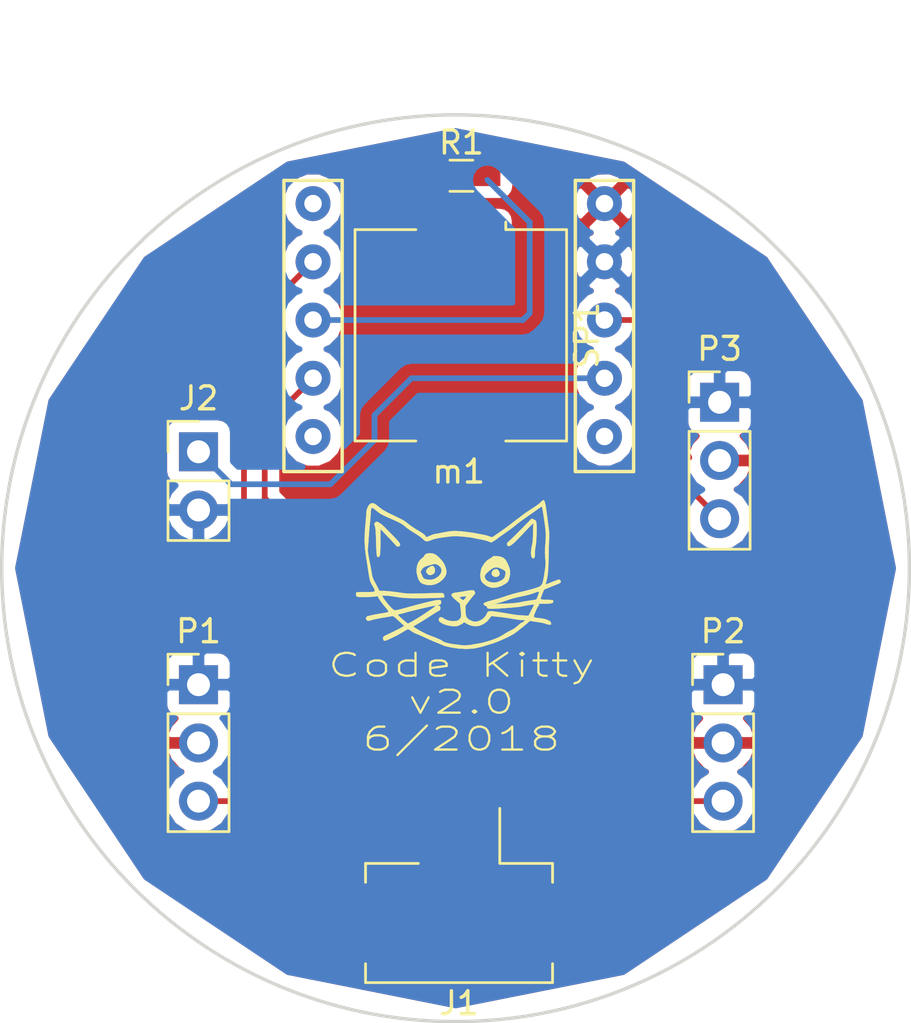
<source format=kicad_pcb>
(kicad_pcb (version 4) (host pcbnew 4.0.7)

  (general
    (links 16)
    (no_connects 4)
    (area 136.789396 110.576596 176.494204 150.281404)
    (thickness 1.6)
    (drawings 2)
    (tracks 31)
    (zones 0)
    (modules 9)
    (nets 12)
  )

  (page A4)
  (layers
    (0 F.Cu signal)
    (31 B.Cu signal)
    (32 B.Adhes user)
    (33 F.Adhes user)
    (34 B.Paste user)
    (35 F.Paste user)
    (36 B.SilkS user)
    (37 F.SilkS user)
    (38 B.Mask user)
    (39 F.Mask user)
    (40 Dwgs.User user)
    (41 Cmts.User user)
    (42 Eco1.User user)
    (43 Eco2.User user)
    (44 Edge.Cuts user)
    (45 Margin user)
    (46 B.CrtYd user)
    (47 F.CrtYd user)
    (48 B.Fab user)
    (49 F.Fab user)
  )

  (setup
    (last_trace_width 0.25)
    (trace_clearance 0.2)
    (zone_clearance 0.508)
    (zone_45_only no)
    (trace_min 0.2)
    (segment_width 0.2)
    (edge_width 0.15)
    (via_size 0.6)
    (via_drill 0.4)
    (via_min_size 0.4)
    (via_min_drill 0.3)
    (uvia_size 0.3)
    (uvia_drill 0.1)
    (uvias_allowed no)
    (uvia_min_size 0.2)
    (uvia_min_drill 0.1)
    (pcb_text_width 0.3)
    (pcb_text_size 1.5 1.5)
    (mod_edge_width 0.15)
    (mod_text_size 1 1)
    (mod_text_width 0.15)
    (pad_size 1.524 1.524)
    (pad_drill 0.762)
    (pad_to_mask_clearance 0.2)
    (aux_axis_origin 0 0)
    (visible_elements 7FFFFFFF)
    (pcbplotparams
      (layerselection 0x00030_80000001)
      (usegerberextensions false)
      (excludeedgelayer true)
      (linewidth 0.100000)
      (plotframeref false)
      (viasonmask false)
      (mode 1)
      (useauxorigin false)
      (hpglpennumber 1)
      (hpglpenspeed 20)
      (hpglpendiameter 15)
      (hpglpenoverlay 2)
      (psnegative false)
      (psa4output false)
      (plotreference true)
      (plotvalue true)
      (plotinvisibletext false)
      (padsonsilk false)
      (subtractmaskfromsilk false)
      (outputformat 1)
      (mirror false)
      (drillshape 0)
      (scaleselection 1)
      (outputdirectory ./))
  )

  (net 0 "")
  (net 1 VCC)
  (net 2 GND)
  (net 3 Touch)
  (net 4 "Net-(m1-Pad6)")
  (net 5 LSERVO)
  (net 6 BUZZ)
  (net 7 RSERVO)
  (net 8 "Net-(m1-Pad10)")
  (net 9 SENS)
  (net 10 "Net-(m1-Pad5)")
  (net 11 "Net-(R1-Pad1)")

  (net_class Default "This is the default net class."
    (clearance 0.2)
    (trace_width 0.25)
    (via_dia 0.6)
    (via_drill 0.4)
    (uvia_dia 0.3)
    (uvia_drill 0.1)
    (add_net BUZZ)
    (add_net GND)
    (add_net LSERVO)
    (add_net "Net-(R1-Pad1)")
    (add_net "Net-(m1-Pad10)")
    (add_net "Net-(m1-Pad5)")
    (add_net "Net-(m1-Pad6)")
    (add_net RSERVO)
    (add_net SENS)
    (add_net Touch)
    (add_net VCC)
  )

  (module Trinket-m0:Trinket-m0 (layer F.Cu) (tedit 5B1B8ABD) (tstamp 5B1B89D3)
    (at 149.1615 105.8926)
    (path /5B1A46EE)
    (fp_text reference m1 (at 7.62 20.32) (layer F.SilkS)
      (effects (font (size 1 1) (thickness 0.15)))
    )
    (fp_text value "" (at 7.62 7.62) (layer F.Fab)
      (effects (font (size 1 1) (thickness 0.15)))
    )
    (fp_line (start 12.7 7.62) (end 15.24 7.62) (layer F.SilkS) (width 0.15))
    (fp_line (start 15.24 7.62) (end 15.24 20.32) (layer F.SilkS) (width 0.15))
    (fp_line (start 15.24 20.32) (end 12.7 20.32) (layer F.SilkS) (width 0.15))
    (fp_line (start 12.7 20.32) (end 12.7 7.62) (layer F.SilkS) (width 0.15))
    (fp_line (start 0 7.62) (end 2.54 7.62) (layer F.SilkS) (width 0.15))
    (fp_line (start 2.54 7.62) (end 2.54 20.32) (layer F.SilkS) (width 0.15))
    (fp_line (start 2.54 20.32) (end 0 20.32) (layer F.SilkS) (width 0.15))
    (fp_line (start 0 20.32) (end 0 7.62) (layer F.SilkS) (width 0.15))
    (pad 6 thru_hole circle (at 1.27 8.63) (size 1.524 1.524) (drill 0.762) (layers *.Cu *.Mask)
      (net 4 "Net-(m1-Pad6)"))
    (pad 7 thru_hole circle (at 1.27 11.17) (size 1.524 1.524) (drill 0.762) (layers *.Cu *.Mask)
      (net 5 LSERVO))
    (pad 8 thru_hole circle (at 1.27 13.71) (size 1.524 1.524) (drill 0.762) (layers *.Cu *.Mask)
      (net 6 BUZZ))
    (pad 9 thru_hole circle (at 1.27 16.25) (size 1.524 1.524) (drill 0.762) (layers *.Cu *.Mask)
      (net 7 RSERVO))
    (pad 10 thru_hole circle (at 1.27 18.79) (size 1.524 1.524) (drill 0.762) (layers *.Cu *.Mask)
      (net 8 "Net-(m1-Pad10)"))
    (pad 1 thru_hole circle (at 13.97 8.63) (size 1.524 1.524) (drill 0.762) (layers *.Cu *.Mask)
      (net 1 VCC))
    (pad 2 thru_hole circle (at 13.97 11.17) (size 1.524 1.524) (drill 0.762) (layers *.Cu *.Mask)
      (net 2 GND))
    (pad 3 thru_hole circle (at 13.97 13.71) (size 1.524 1.524) (drill 0.762) (layers *.Cu *.Mask)
      (net 9 SENS))
    (pad 4 thru_hole circle (at 13.97 16.25) (size 1.524 1.524) (drill 0.762) (layers *.Cu *.Mask)
      (net 3 Touch))
    (pad 5 thru_hole circle (at 13.97 18.79) (size 1.524 1.524) (drill 0.762) (layers *.Cu *.Mask)
      (net 10 "Net-(m1-Pad5)"))
  )

  (module Connectors_JST:JST_PH_B2B-PH-SM4-TB_02x2.00mm_Straight (layer F.Cu) (tedit 58D40574) (tstamp 5B1B89B7)
    (at 156.7942 144.78 180)
    (descr "JST PH series connector, B2B-PH-SM4-TB, top entry type, surface mount, Datasheet: http://www.jst-mfg.com/product/pdf/eng/ePH.pdf")
    (tags "connector jst ph")
    (path /5B1AEDCC)
    (attr smd)
    (fp_text reference J1 (at 0 -4.625 180) (layer F.SilkS)
      (effects (font (size 1 1) (thickness 0.15)))
    )
    (fp_text value Power (at 0 4.875 180) (layer F.Fab)
      (effects (font (size 1 1) (thickness 0.15)))
    )
    (fp_line (start -4.075 -2.9) (end -4.075 -3.725) (layer F.SilkS) (width 0.12))
    (fp_line (start -4.075 -3.725) (end 4.075 -3.725) (layer F.SilkS) (width 0.12))
    (fp_line (start 4.075 -3.725) (end 4.075 -2.9) (layer F.SilkS) (width 0.12))
    (fp_line (start -4.075 0.65) (end -4.075 1.475) (layer F.SilkS) (width 0.12))
    (fp_line (start -4.075 1.475) (end -1.775 1.475) (layer F.SilkS) (width 0.12))
    (fp_line (start 4.075 0.65) (end 4.075 1.475) (layer F.SilkS) (width 0.12))
    (fp_line (start 4.075 1.475) (end 1.775 1.475) (layer F.SilkS) (width 0.12))
    (fp_line (start -3.975 -3.625) (end -3.975 1.375) (layer F.Fab) (width 0.1))
    (fp_line (start -3.975 1.375) (end 3.975 1.375) (layer F.Fab) (width 0.1))
    (fp_line (start 3.975 1.375) (end 3.975 -3.625) (layer F.Fab) (width 0.1))
    (fp_line (start 3.975 -3.625) (end -3.975 -3.625) (layer F.Fab) (width 0.1))
    (fp_line (start -1.775 1.475) (end -1.775 3.875) (layer F.SilkS) (width 0.12))
    (fp_line (start -2 1.375) (end -1 0.375) (layer F.Fab) (width 0.1))
    (fp_line (start -1 0.375) (end 0 1.375) (layer F.Fab) (width 0.1))
    (fp_line (start -4.7 -4.13) (end -4.7 4.38) (layer F.CrtYd) (width 0.05))
    (fp_line (start -4.7 4.38) (end 4.7 4.38) (layer F.CrtYd) (width 0.05))
    (fp_line (start 4.7 4.38) (end 4.7 -4.13) (layer F.CrtYd) (width 0.05))
    (fp_line (start 4.7 -4.13) (end -4.7 -4.13) (layer F.CrtYd) (width 0.05))
    (fp_text user %R (at 0 -2.625 180) (layer F.Fab)
      (effects (font (size 1 1) (thickness 0.15)))
    )
    (pad 1 smd rect (at -1 1.125 180) (size 1 5.5) (layers F.Cu F.Paste F.Mask)
      (net 1 VCC))
    (pad 2 smd rect (at 1 1.125 180) (size 1 5.5) (layers F.Cu F.Paste F.Mask)
      (net 2 GND))
    (pad "" smd rect (at -3.4 -1.125 180) (size 1.6 3) (layers F.Cu F.Paste F.Mask))
    (pad "" smd rect (at 3.4 -1.125 180) (size 1.6 3) (layers F.Cu F.Paste F.Mask))
    (model ${KISYS3DMOD}/Connectors_JST.3dshapes/JST_PH_B2B-PH-SM4-TB_02x2.00mm_Straight.wrl
      (at (xyz 0 0 0))
      (scale (xyz 1 1 1))
      (rotate (xyz 0 0 0))
    )
  )

  (module Pin_Headers:Pin_Header_Straight_1x02_Pitch2.54mm (layer F.Cu) (tedit 5B1B8B9F) (tstamp 5B1B89BD)
    (at 145.4404 125.349)
    (descr "Through hole straight pin header, 1x02, 2.54mm pitch, single row")
    (tags "Through hole pin header THT 1x02 2.54mm single row")
    (path /5B1AB1F8)
    (fp_text reference J2 (at 0 -2.33) (layer F.SilkS)
      (effects (font (size 1 1) (thickness 0.15)))
    )
    (fp_text value Touch (at 0 4.87 180) (layer F.Fab)
      (effects (font (size 1 1) (thickness 0.15)))
    )
    (fp_line (start -0.635 -1.27) (end 1.27 -1.27) (layer F.Fab) (width 0.1))
    (fp_line (start 1.27 -1.27) (end 1.27 3.81) (layer F.Fab) (width 0.1))
    (fp_line (start 1.27 3.81) (end -1.27 3.81) (layer F.Fab) (width 0.1))
    (fp_line (start -1.27 3.81) (end -1.27 -0.635) (layer F.Fab) (width 0.1))
    (fp_line (start -1.27 -0.635) (end -0.635 -1.27) (layer F.Fab) (width 0.1))
    (fp_line (start -1.33 3.87) (end 1.33 3.87) (layer F.SilkS) (width 0.12))
    (fp_line (start -1.33 1.27) (end -1.33 3.87) (layer F.SilkS) (width 0.12))
    (fp_line (start 1.33 1.27) (end 1.33 3.87) (layer F.SilkS) (width 0.12))
    (fp_line (start -1.33 1.27) (end 1.33 1.27) (layer F.SilkS) (width 0.12))
    (fp_line (start -1.33 0) (end -1.33 -1.33) (layer F.SilkS) (width 0.12))
    (fp_line (start -1.33 -1.33) (end 0 -1.33) (layer F.SilkS) (width 0.12))
    (fp_line (start -1.8 -1.8) (end -1.8 4.35) (layer F.CrtYd) (width 0.05))
    (fp_line (start -1.8 4.35) (end 1.8 4.35) (layer F.CrtYd) (width 0.05))
    (fp_line (start 1.8 4.35) (end 1.8 -1.8) (layer F.CrtYd) (width 0.05))
    (fp_line (start 1.8 -1.8) (end -1.8 -1.8) (layer F.CrtYd) (width 0.05))
    (fp_text user %R (at 0 1.27 90) (layer F.Fab)
      (effects (font (size 1 1) (thickness 0.15)))
    )
    (pad 1 thru_hole rect (at 0 0) (size 1.7 1.7) (drill 1) (layers *.Cu *.Mask)
      (net 3 Touch))
    (pad 2 thru_hole oval (at 0 2.54) (size 1.7 1.7) (drill 1) (layers *.Cu *.Mask)
      (net 2 GND))
    (model ${KISYS3DMOD}/Pin_Headers.3dshapes/Pin_Header_Straight_1x02_Pitch2.54mm.wrl
      (at (xyz 0 0 0))
      (scale (xyz 1 1 1))
      (rotate (xyz 0 0 0))
    )
  )

  (module Pin_Headers:Pin_Header_Straight_1x03_Pitch2.54mm (layer F.Cu) (tedit 5B1B8CD2) (tstamp 5B1B89DA)
    (at 145.4404 135.509)
    (descr "Through hole straight pin header, 1x03, 2.54mm pitch, single row")
    (tags "Through hole pin header THT 1x03 2.54mm single row")
    (path /5B1A78BE)
    (fp_text reference P1 (at 0 -2.33) (layer F.SilkS)
      (effects (font (size 1 1) (thickness 0.15)))
    )
    (fp_text value "Left Servo" (at 2.794 2.7432 90) (layer F.Fab)
      (effects (font (size 1 1) (thickness 0.15)))
    )
    (fp_line (start -0.635 -1.27) (end 1.27 -1.27) (layer F.Fab) (width 0.1))
    (fp_line (start 1.27 -1.27) (end 1.27 6.35) (layer F.Fab) (width 0.1))
    (fp_line (start 1.27 6.35) (end -1.27 6.35) (layer F.Fab) (width 0.1))
    (fp_line (start -1.27 6.35) (end -1.27 -0.635) (layer F.Fab) (width 0.1))
    (fp_line (start -1.27 -0.635) (end -0.635 -1.27) (layer F.Fab) (width 0.1))
    (fp_line (start -1.33 6.41) (end 1.33 6.41) (layer F.SilkS) (width 0.12))
    (fp_line (start -1.33 1.27) (end -1.33 6.41) (layer F.SilkS) (width 0.12))
    (fp_line (start 1.33 1.27) (end 1.33 6.41) (layer F.SilkS) (width 0.12))
    (fp_line (start -1.33 1.27) (end 1.33 1.27) (layer F.SilkS) (width 0.12))
    (fp_line (start -1.33 0) (end -1.33 -1.33) (layer F.SilkS) (width 0.12))
    (fp_line (start -1.33 -1.33) (end 0 -1.33) (layer F.SilkS) (width 0.12))
    (fp_line (start -1.8 -1.8) (end -1.8 6.85) (layer F.CrtYd) (width 0.05))
    (fp_line (start -1.8 6.85) (end 1.8 6.85) (layer F.CrtYd) (width 0.05))
    (fp_line (start 1.8 6.85) (end 1.8 -1.8) (layer F.CrtYd) (width 0.05))
    (fp_line (start 1.8 -1.8) (end -1.8 -1.8) (layer F.CrtYd) (width 0.05))
    (fp_text user %R (at 0 2.54 90) (layer F.Fab)
      (effects (font (size 1 1) (thickness 0.15)))
    )
    (pad 1 thru_hole rect (at 0 0) (size 1.7 1.7) (drill 1) (layers *.Cu *.Mask)
      (net 2 GND))
    (pad 2 thru_hole oval (at 0 2.54) (size 1.7 1.7) (drill 1) (layers *.Cu *.Mask)
      (net 1 VCC))
    (pad 3 thru_hole oval (at 0 5.08) (size 1.7 1.7) (drill 1) (layers *.Cu *.Mask)
      (net 5 LSERVO))
    (model ${KISYS3DMOD}/Pin_Headers.3dshapes/Pin_Header_Straight_1x03_Pitch2.54mm.wrl
      (at (xyz 0 0 0))
      (scale (xyz 1 1 1))
      (rotate (xyz 0 0 0))
    )
  )

  (module Pin_Headers:Pin_Header_Straight_1x03_Pitch2.54mm (layer F.Cu) (tedit 5B1B8CCB) (tstamp 5B1B89E1)
    (at 168.3004 135.509)
    (descr "Through hole straight pin header, 1x03, 2.54mm pitch, single row")
    (tags "Through hole pin header THT 1x03 2.54mm single row")
    (path /5B1A78BD)
    (fp_text reference P2 (at 0 -2.33) (layer F.SilkS)
      (effects (font (size 1 1) (thickness 0.15)))
    )
    (fp_text value "Right Servo" (at -3.0734 2.5654 90) (layer F.Fab)
      (effects (font (size 1 1) (thickness 0.15)))
    )
    (fp_line (start -0.635 -1.27) (end 1.27 -1.27) (layer F.Fab) (width 0.1))
    (fp_line (start 1.27 -1.27) (end 1.27 6.35) (layer F.Fab) (width 0.1))
    (fp_line (start 1.27 6.35) (end -1.27 6.35) (layer F.Fab) (width 0.1))
    (fp_line (start -1.27 6.35) (end -1.27 -0.635) (layer F.Fab) (width 0.1))
    (fp_line (start -1.27 -0.635) (end -0.635 -1.27) (layer F.Fab) (width 0.1))
    (fp_line (start -1.33 6.41) (end 1.33 6.41) (layer F.SilkS) (width 0.12))
    (fp_line (start -1.33 1.27) (end -1.33 6.41) (layer F.SilkS) (width 0.12))
    (fp_line (start 1.33 1.27) (end 1.33 6.41) (layer F.SilkS) (width 0.12))
    (fp_line (start -1.33 1.27) (end 1.33 1.27) (layer F.SilkS) (width 0.12))
    (fp_line (start -1.33 0) (end -1.33 -1.33) (layer F.SilkS) (width 0.12))
    (fp_line (start -1.33 -1.33) (end 0 -1.33) (layer F.SilkS) (width 0.12))
    (fp_line (start -1.8 -1.8) (end -1.8 6.85) (layer F.CrtYd) (width 0.05))
    (fp_line (start -1.8 6.85) (end 1.8 6.85) (layer F.CrtYd) (width 0.05))
    (fp_line (start 1.8 6.85) (end 1.8 -1.8) (layer F.CrtYd) (width 0.05))
    (fp_line (start 1.8 -1.8) (end -1.8 -1.8) (layer F.CrtYd) (width 0.05))
    (fp_text user %R (at 0 2.54 90) (layer F.Fab)
      (effects (font (size 1 1) (thickness 0.15)))
    )
    (pad 1 thru_hole rect (at 0 0) (size 1.7 1.7) (drill 1) (layers *.Cu *.Mask)
      (net 2 GND))
    (pad 2 thru_hole oval (at 0 2.54) (size 1.7 1.7) (drill 1) (layers *.Cu *.Mask)
      (net 1 VCC))
    (pad 3 thru_hole oval (at 0 5.08) (size 1.7 1.7) (drill 1) (layers *.Cu *.Mask)
      (net 7 RSERVO))
    (model ${KISYS3DMOD}/Pin_Headers.3dshapes/Pin_Header_Straight_1x03_Pitch2.54mm.wrl
      (at (xyz 0 0 0))
      (scale (xyz 1 1 1))
      (rotate (xyz 0 0 0))
    )
  )

  (module Pin_Headers:Pin_Header_Straight_1x03_Pitch2.54mm (layer F.Cu) (tedit 59650532) (tstamp 5B1B89E8)
    (at 168.148 123.19)
    (descr "Through hole straight pin header, 1x03, 2.54mm pitch, single row")
    (tags "Through hole pin header THT 1x03 2.54mm single row")
    (path /5B1A78C8)
    (fp_text reference P3 (at 0 -2.33) (layer F.SilkS)
      (effects (font (size 1 1) (thickness 0.15)))
    )
    (fp_text value Sensor (at 0 7.41) (layer F.Fab)
      (effects (font (size 1 1) (thickness 0.15)))
    )
    (fp_line (start -0.635 -1.27) (end 1.27 -1.27) (layer F.Fab) (width 0.1))
    (fp_line (start 1.27 -1.27) (end 1.27 6.35) (layer F.Fab) (width 0.1))
    (fp_line (start 1.27 6.35) (end -1.27 6.35) (layer F.Fab) (width 0.1))
    (fp_line (start -1.27 6.35) (end -1.27 -0.635) (layer F.Fab) (width 0.1))
    (fp_line (start -1.27 -0.635) (end -0.635 -1.27) (layer F.Fab) (width 0.1))
    (fp_line (start -1.33 6.41) (end 1.33 6.41) (layer F.SilkS) (width 0.12))
    (fp_line (start -1.33 1.27) (end -1.33 6.41) (layer F.SilkS) (width 0.12))
    (fp_line (start 1.33 1.27) (end 1.33 6.41) (layer F.SilkS) (width 0.12))
    (fp_line (start -1.33 1.27) (end 1.33 1.27) (layer F.SilkS) (width 0.12))
    (fp_line (start -1.33 0) (end -1.33 -1.33) (layer F.SilkS) (width 0.12))
    (fp_line (start -1.33 -1.33) (end 0 -1.33) (layer F.SilkS) (width 0.12))
    (fp_line (start -1.8 -1.8) (end -1.8 6.85) (layer F.CrtYd) (width 0.05))
    (fp_line (start -1.8 6.85) (end 1.8 6.85) (layer F.CrtYd) (width 0.05))
    (fp_line (start 1.8 6.85) (end 1.8 -1.8) (layer F.CrtYd) (width 0.05))
    (fp_line (start 1.8 -1.8) (end -1.8 -1.8) (layer F.CrtYd) (width 0.05))
    (fp_text user %R (at 0 2.54 90) (layer F.Fab)
      (effects (font (size 1 1) (thickness 0.15)))
    )
    (pad 1 thru_hole rect (at 0 0) (size 1.7 1.7) (drill 1) (layers *.Cu *.Mask)
      (net 2 GND))
    (pad 2 thru_hole oval (at 0 2.54) (size 1.7 1.7) (drill 1) (layers *.Cu *.Mask)
      (net 1 VCC))
    (pad 3 thru_hole oval (at 0 5.08) (size 1.7 1.7) (drill 1) (layers *.Cu *.Mask)
      (net 9 SENS))
    (model ${KISYS3DMOD}/Pin_Headers.3dshapes/Pin_Header_Straight_1x03_Pitch2.54mm.wrl
      (at (xyz 0 0 0))
      (scale (xyz 1 1 1))
      (rotate (xyz 0 0 0))
    )
  )

  (module Resistors_SMD:R_0603_HandSoldering (layer F.Cu) (tedit 58E0A804) (tstamp 5B1B89EE)
    (at 156.8958 113.3094)
    (descr "Resistor SMD 0603, hand soldering")
    (tags "resistor 0603")
    (path /5B1A78C9)
    (attr smd)
    (fp_text reference R1 (at 0 -1.45) (layer F.SilkS)
      (effects (font (size 1 1) (thickness 0.15)))
    )
    (fp_text value 1K (at 0 1.55) (layer F.Fab)
      (effects (font (size 1 1) (thickness 0.15)))
    )
    (fp_text user %R (at 0 0) (layer F.Fab)
      (effects (font (size 0.4 0.4) (thickness 0.075)))
    )
    (fp_line (start -0.8 0.4) (end -0.8 -0.4) (layer F.Fab) (width 0.1))
    (fp_line (start 0.8 0.4) (end -0.8 0.4) (layer F.Fab) (width 0.1))
    (fp_line (start 0.8 -0.4) (end 0.8 0.4) (layer F.Fab) (width 0.1))
    (fp_line (start -0.8 -0.4) (end 0.8 -0.4) (layer F.Fab) (width 0.1))
    (fp_line (start 0.5 0.68) (end -0.5 0.68) (layer F.SilkS) (width 0.12))
    (fp_line (start -0.5 -0.68) (end 0.5 -0.68) (layer F.SilkS) (width 0.12))
    (fp_line (start -1.96 -0.7) (end 1.95 -0.7) (layer F.CrtYd) (width 0.05))
    (fp_line (start -1.96 -0.7) (end -1.96 0.7) (layer F.CrtYd) (width 0.05))
    (fp_line (start 1.95 0.7) (end 1.95 -0.7) (layer F.CrtYd) (width 0.05))
    (fp_line (start 1.95 0.7) (end -1.96 0.7) (layer F.CrtYd) (width 0.05))
    (pad 1 smd rect (at -1.1 0) (size 1.2 0.9) (layers F.Cu F.Paste F.Mask)
      (net 11 "Net-(R1-Pad1)"))
    (pad 2 smd rect (at 1.1 0) (size 1.2 0.9) (layers F.Cu F.Paste F.Mask)
      (net 6 BUZZ))
    (model ${KISYS3DMOD}/Resistors_SMD.3dshapes/R_0603.wrl
      (at (xyz 0 0 0))
      (scale (xyz 1 1 1))
      (rotate (xyz 0 0 0))
    )
  )

  (module Buzzers_Beepers:Buzzer_Murata_PKMCS0909E4000-R1 (layer F.Cu) (tedit 59BEA200) (tstamp 5B1B89F4)
    (at 156.8704 120.269 270)
    (descr "Murata Buzzer http://www.murata.com/en-us/api/pdfdownloadapi?cate=&partno=PKMCS0909E4000-R1")
    (tags "Murata Buzzer Beeper")
    (path /5B1A78C6)
    (attr smd)
    (fp_text reference SP1 (at 0 -5.5 270) (layer F.SilkS)
      (effects (font (size 1 1) (thickness 0.15)))
    )
    (fp_text value PIEZO (at 0 5.5 270) (layer F.Fab)
      (effects (font (size 1 1) (thickness 0.15)))
    )
    (fp_line (start 5.25 1.95) (end 5.25 -1.95) (layer F.CrtYd) (width 0.05))
    (fp_line (start 4.75 1.95) (end 5.25 1.95) (layer F.CrtYd) (width 0.05))
    (fp_text user %R (at 0 0 270) (layer F.Fab)
      (effects (font (size 1 1) (thickness 0.15)))
    )
    (fp_line (start -4.5 -3.5) (end -3.5 -4.5) (layer F.Fab) (width 0.1))
    (fp_line (start -4.61 -1.96) (end -4.94 -1.96) (layer F.SilkS) (width 0.12))
    (fp_line (start -4.61 4.61) (end -4.61 1.96) (layer F.SilkS) (width 0.12))
    (fp_line (start 4.61 4.61) (end -4.61 4.61) (layer F.SilkS) (width 0.12))
    (fp_line (start 4.61 1.96) (end 4.61 4.61) (layer F.SilkS) (width 0.12))
    (fp_line (start 4.61 -4.61) (end 4.61 -1.96) (layer F.SilkS) (width 0.12))
    (fp_line (start -4.61 -4.61) (end 4.61 -4.61) (layer F.SilkS) (width 0.12))
    (fp_line (start -4.61 -1.96) (end -4.61 -4.61) (layer F.SilkS) (width 0.12))
    (fp_line (start 4.75 4.75) (end -4.75 4.75) (layer F.CrtYd) (width 0.05))
    (fp_line (start -4.75 -4.75) (end 4.75 -4.75) (layer F.CrtYd) (width 0.05))
    (fp_line (start 4.5 4.5) (end -4.5 4.5) (layer F.Fab) (width 0.1))
    (fp_line (start 4.5 -4.5) (end 4.5 4.5) (layer F.Fab) (width 0.1))
    (fp_line (start -3.5 -4.5) (end 4.5 -4.5) (layer F.Fab) (width 0.1))
    (fp_line (start 4.75 4.75) (end 4.75 1.95) (layer F.CrtYd) (width 0.05))
    (fp_line (start -4.5 4.5) (end -4.5 -3.5) (layer F.Fab) (width 0.1))
    (fp_line (start 4.75 -1.95) (end 4.75 -4.75) (layer F.CrtYd) (width 0.05))
    (fp_line (start 4.75 -1.95) (end 5.25 -1.95) (layer F.CrtYd) (width 0.05))
    (fp_line (start -4.75 -1.95) (end -4.75 -4.75) (layer F.CrtYd) (width 0.05))
    (fp_line (start -4.75 -1.95) (end -5.25 -1.95) (layer F.CrtYd) (width 0.05))
    (fp_line (start -5.25 1.95) (end -5.25 -1.95) (layer F.CrtYd) (width 0.05))
    (fp_line (start -4.75 1.95) (end -5.25 1.95) (layer F.CrtYd) (width 0.05))
    (fp_line (start -4.75 4.75) (end -4.75 1.95) (layer F.CrtYd) (width 0.05))
    (pad 1 smd rect (at -4.35 0 270) (size 1.3 3.4) (layers F.Cu F.Paste F.Mask)
      (net 11 "Net-(R1-Pad1)"))
    (pad 2 smd rect (at 4.35 0 270) (size 1.3 3.4) (layers F.Cu F.Paste F.Mask)
      (net 2 GND))
    (model ${KISYS3DMOD}/Buzzers_Beepers.3dshapes/Buzzer_Murata_PKMCS0909E4000-R1.wrl
      (at (xyz 0 0 0))
      (scale (xyz 1 1 1))
      (rotate (xyz 0 0 0))
    )
  )

  (module nano-breakout-master:CKlogo (layer F.Cu) (tedit 0) (tstamp 5B1BBD8E)
    (at 156.6164 130.7338)
    (fp_text reference G*** (at 0 0) (layer F.SilkS) hide
      (effects (font (thickness 0.3)))
    )
    (fp_text value LOGO (at 0.75 0) (layer F.SilkS) hide
      (effects (font (thickness 0.3)))
    )
    (fp_poly (pts (xy 3.878256 -3.26461) (xy 3.905344 -3.222853) (xy 3.929264 -3.142637) (xy 3.952685 -3.019892)
      (xy 3.977661 -2.854896) (xy 3.998058 -2.710008) (xy 4.017069 -2.571974) (xy 4.032931 -2.453808)
      (xy 4.04388 -2.368524) (xy 4.046151 -2.3495) (xy 4.057284 -2.260071) (xy 4.072811 -2.144452)
      (xy 4.089497 -2.026679) (xy 4.090578 -2.0193) (xy 4.105684 -1.855219) (xy 4.108013 -1.672173)
      (xy 4.103551 -1.5748) (xy 4.098205 -1.475482) (xy 4.092982 -1.337184) (xy 4.088211 -1.171726)
      (xy 4.084223 -0.990927) (xy 4.081349 -0.806607) (xy 4.080849 -0.762) (xy 4.072954 -0.442386)
      (xy 4.056192 -0.17098) (xy 4.030364 0.054064) (xy 3.995267 0.234592) (xy 3.959973 0.349282)
      (xy 3.947943 0.393648) (xy 3.96226 0.401651) (xy 3.968276 0.399625) (xy 4.003676 0.385749)
      (xy 4.075614 0.357507) (xy 4.173347 0.319117) (xy 4.277224 0.2783) (xy 4.395466 0.232328)
      (xy 4.475565 0.203531) (xy 4.526518 0.190157) (xy 4.557326 0.190458) (xy 4.576986 0.202682)
      (xy 4.589108 0.217633) (xy 4.616523 0.278021) (xy 4.597537 0.32566) (xy 4.530097 0.365112)
      (xy 4.5212 0.36856) (xy 4.46169 0.391701) (xy 4.368771 0.428678) (xy 4.256035 0.474054)
      (xy 4.156858 0.514318) (xy 3.881416 0.626606) (xy 3.807608 0.810312) (xy 3.772338 0.902445)
      (xy 3.746243 0.978897) (xy 3.734125 1.025398) (xy 3.7338 1.02955) (xy 3.74482 1.046236)
      (xy 3.782754 1.057974) (xy 3.854908 1.06591) (xy 3.968592 1.071186) (xy 4.00685 1.07229)
      (xy 4.12747 1.076036) (xy 4.206495 1.081047) (xy 4.253125 1.089426) (xy 4.276558 1.10328)
      (xy 4.285992 1.12471) (xy 4.288011 1.136609) (xy 4.282257 1.178898) (xy 4.247653 1.209374)
      (xy 4.17893 1.229501) (xy 4.070818 1.240744) (xy 3.918049 1.244569) (xy 3.899624 1.2446)
      (xy 3.78217 1.245046) (xy 3.706917 1.247648) (xy 3.665268 1.254303) (xy 3.648625 1.266907)
      (xy 3.648388 1.287356) (xy 3.651279 1.299371) (xy 3.65396 1.3368) (xy 3.640851 1.338846)
      (xy 3.62193 1.354483) (xy 3.589776 1.408635) (xy 3.549206 1.492337) (xy 3.513129 1.576513)
      (xy 3.467642 1.685969) (xy 3.440196 1.760693) (xy 3.436301 1.808401) (xy 3.461466 1.836811)
      (xy 3.521201 1.853637) (xy 3.621016 1.866596) (xy 3.729004 1.878836) (xy 3.838925 1.895847)
      (xy 3.939219 1.918185) (xy 4.011323 1.941569) (xy 4.021104 1.94619) (xy 4.086771 1.97992)
      (xy 4.137397 2.005086) (xy 4.1402 2.00642) (xy 4.171061 2.042924) (xy 4.186697 2.095444)
      (xy 4.18948 2.137862) (xy 4.176274 2.156558) (xy 4.134716 2.157567) (xy 4.074959 2.149999)
      (xy 3.997254 2.135225) (xy 3.939251 2.116846) (xy 3.924962 2.10875) (xy 3.88876 2.095301)
      (xy 3.813829 2.078051) (xy 3.711858 2.059425) (xy 3.617786 2.045038) (xy 3.50125 2.028061)
      (xy 3.400971 2.012311) (xy 3.329152 1.999772) (xy 3.300485 1.993419) (xy 3.256663 2.002254)
      (xy 3.203431 2.042598) (xy 3.198699 2.047576) (xy 3.147814 2.0961) (xy 3.066338 2.166586)
      (xy 2.96453 2.250798) (xy 2.852649 2.340499) (xy 2.740953 2.427454) (xy 2.639702 2.503426)
      (xy 2.5654 2.555999) (xy 2.464118 2.616701) (xy 2.327633 2.68794) (xy 2.168833 2.763898)
      (xy 2.000609 2.838755) (xy 1.835852 2.90669) (xy 1.68745 2.961884) (xy 1.612682 2.986147)
      (xy 1.477295 3.026797) (xy 1.321941 3.073526) (xy 1.175282 3.11771) (xy 1.143 3.127449)
      (xy 0.839912 3.193673) (xy 0.510745 3.217692) (xy 0.157786 3.199443) (xy -0.1016 3.161598)
      (xy -0.23315 3.135941) (xy -0.351318 3.109796) (xy -0.444658 3.085911) (xy -0.501724 3.067036)
      (xy -0.508 3.063981) (xy -0.558539 3.039718) (xy -0.642731 3.003084) (xy -0.746826 2.959962)
      (xy -0.8128 2.933547) (xy -0.946839 2.878509) (xy -1.101014 2.812) (xy -1.249932 2.745075)
      (xy -1.3081 2.717941) (xy -1.423358 2.66482) (xy -1.53278 2.616961) (xy -1.621629 2.580679)
      (xy -1.6637 2.565549) (xy -1.742399 2.532092) (xy -1.835332 2.480653) (xy -1.891902 2.443597)
      (xy -1.962977 2.395987) (xy -2.019139 2.363499) (xy -2.044302 2.353969) (xy -2.078233 2.366613)
      (xy -2.140216 2.399211) (xy -2.202687 2.436111) (xy -2.393778 2.550472) (xy -2.558344 2.641384)
      (xy -2.6416 2.683059) (xy -2.789327 2.752785) (xy -2.898198 2.802943) (xy -2.975087 2.836085)
      (xy -3.026869 2.854764) (xy -3.060419 2.861534) (xy -3.08261 2.858946) (xy -3.096572 2.852002)
      (xy -3.126112 2.809797) (xy -3.1369 2.753131) (xy -3.131562 2.710655) (xy -3.108626 2.677626)
      (xy -3.057711 2.644149) (xy -2.9845 2.607864) (xy -2.806162 2.522908) (xy -2.641278 2.442653)
      (xy -2.497548 2.370956) (xy -2.382671 2.311669) (xy -2.304348 2.268649) (xy -2.29119 2.260769)
      (xy -2.207479 2.209135) (xy -2.31659 2.113293) (xy -2.396097 2.041902) (xy -2.48844 1.956775)
      (xy -2.5527 1.896228) (xy -2.625625 1.83046) (xy -2.677994 1.79567) (xy -2.722954 1.784825)
      (xy -2.7559 1.787521) (xy -2.998617 1.828045) (xy -3.196677 1.862648) (xy -3.355737 1.892422)
      (xy -3.481456 1.918456) (xy -3.579491 1.94184) (xy -3.631166 1.956171) (xy -3.719912 1.981227)
      (xy -3.774422 1.991075) (xy -3.808791 1.986149) (xy -3.837114 1.966886) (xy -3.841834 1.962677)
      (xy -3.876237 1.906326) (xy -3.8742 1.846394) (xy -3.836531 1.802967) (xy -3.8354 1.802395)
      (xy -3.779145 1.78273) (xy -3.68314 1.757857) (xy -3.557885 1.73004) (xy -3.54146 1.72679)
      (xy -2.48415 1.72679) (xy -2.4608 1.755984) (xy -2.408835 1.807546) (xy -2.338071 1.872899)
      (xy -2.258326 1.943465) (xy -2.179416 2.010667) (xy -2.111157 2.065928) (xy -2.063367 2.100671)
      (xy -2.047619 2.1082) (xy -2.015442 2.09573) (xy -1.949389 2.06171) (xy -1.858843 2.011216)
      (xy -1.753189 1.94933) (xy -1.744593 1.944176) (xy -1.625868 1.872004) (xy -1.510271 1.800232)
      (xy -1.411816 1.737645) (xy -1.349584 1.696526) (xy -1.272126 1.643558) (xy -1.170317 1.574159)
      (xy -1.06186 1.50039) (xy -1.021817 1.4732) (xy -0.938648 1.41385) (xy -0.878771 1.365375)
      (xy -0.849428 1.334013) (xy -0.850546 1.32566) (xy -0.884024 1.329197) (xy -0.958685 1.343165)
      (xy -1.066429 1.365673) (xy -1.199157 1.394828) (xy -1.348768 1.428739) (xy -1.507164 1.465514)
      (xy -1.666244 1.503261) (xy -1.817908 1.540087) (xy -1.954057 1.574103) (xy -2.066592 1.603414)
      (xy -2.147412 1.626131) (xy -2.175254 1.635072) (xy -2.268711 1.662938) (xy -2.369209 1.685863)
      (xy -2.382885 1.688303) (xy -2.446996 1.703486) (xy -2.48185 1.720356) (xy -2.48415 1.72679)
      (xy -3.54146 1.72679) (xy -3.413878 1.701546) (xy -3.261618 1.67464) (xy -3.190775 1.663277)
      (xy -3.080494 1.644869) (xy -2.987288 1.626825) (xy -2.923869 1.611736) (xy -2.905187 1.605059)
      (xy -2.898888 1.585588) (xy -2.918136 1.54438) (xy -2.965872 1.476872) (xy -3.045039 1.3785)
      (xy -3.072192 1.346047) (xy -3.155539 1.243674) (xy -3.230494 1.145529) (xy -3.28849 1.063211)
      (xy -3.31968 1.011056) (xy -3.3655 0.915679) (xy -3.5433 0.934089) (xy -3.648197 0.942104)
      (xy -3.782327 0.948353) (xy -3.924132 0.95196) (xy -3.995106 0.9525) (xy -4.123554 0.950978)
      (xy -4.209754 0.945692) (xy -4.262185 0.935556) (xy -4.289329 0.919486) (xy -4.293167 0.9144)
      (xy -4.3144 0.853772) (xy -4.313561 0.790541) (xy -4.291186 0.748509) (xy -4.289398 0.74732)
      (xy -4.25431 0.740973) (xy -4.179096 0.736376) (xy -4.074414 0.733925) (xy -3.950919 0.734016)
      (xy -3.936188 0.734205) (xy -3.806714 0.734669) (xy -3.690428 0.732606) (xy -3.599621 0.7284)
      (xy -3.546586 0.722431) (xy -3.544915 0.722035) (xy -3.508041 0.707208) (xy -3.492341 0.681415)
      (xy -3.499446 0.637364) (xy -3.530985 0.56776) (xy -3.588589 0.46531) (xy -3.610601 0.42808)
      (xy -3.649482 0.359973) (xy -3.679088 0.298147) (xy -3.702473 0.231785) (xy -3.722695 0.15007)
      (xy -3.742808 0.042187) (xy -3.76587 -0.10268) (xy -3.772072 -0.14342) (xy -3.798691 -0.317985)
      (xy -3.828279 -0.510242) (xy -3.857543 -0.698889) (xy -3.883188 -0.862623) (xy -3.887355 -0.889)
      (xy -3.910366 -1.078125) (xy -3.798874 -1.078125) (xy -3.787204 -0.965591) (xy -3.76216 -0.810386)
      (xy -3.723333 -0.609548) (xy -3.720569 -0.596045) (xy -3.689755 -0.442252) (xy -3.662048 -0.297108)
      (xy -3.639414 -0.171442) (xy -3.623816 -0.076084) (xy -3.61776 -0.029299) (xy -3.59842 0.061946)
      (xy -3.560329 0.167281) (xy -3.530765 0.2286) (xy -3.476304 0.329833) (xy -3.414665 0.446522)
      (xy -3.372806 0.52705) (xy -3.291097 0.6858) (xy -3.092301 0.6858) (xy -2.997137 0.689753)
      (xy -2.865981 0.700652) (xy -2.712942 0.717057) (xy -2.552131 0.737525) (xy -2.469102 0.749449)
      (xy -2.343852 0.767914) (xy -2.23791 0.78218) (xy -2.142464 0.792566) (xy -2.048702 0.799393)
      (xy -1.947811 0.802982) (xy -1.830979 0.803655) (xy -1.689394 0.80173) (xy -1.514243 0.79753)
      (xy -1.3081 0.791706) (xy -1.117985 0.786599) (xy -0.943108 0.78269) (xy -0.790279 0.78007)
      (xy -0.666308 0.778828) (xy -0.578006 0.779053) (xy -0.532182 0.780836) (xy -0.528501 0.78144)
      (xy -0.494138 0.812049) (xy -0.469515 0.869164) (xy -0.461499 0.929391) (xy -0.474074 0.966833)
      (xy -0.50405 0.972644) (xy -0.578485 0.978634) (xy -0.691042 0.98454) (xy -0.83538 0.990095)
      (xy -1.005161 0.995037) (xy -1.194048 0.999101) (xy -1.283094 1.000566) (xy -1.538326 1.003672)
      (xy -1.752167 1.004315) (xy -1.933992 1.001953) (xy -2.093173 0.996041) (xy -2.239083 0.986035)
      (xy -2.381096 0.971392) (xy -2.528586 0.951569) (xy -2.690925 0.926021) (xy -2.7559 0.915132)
      (xy -2.868359 0.900254) (xy -2.986927 0.890843) (xy -3.04423 0.889147) (xy -3.180159 0.889)
      (xy -3.12043 0.9895) (xy -3.064257 1.073938) (xy -2.989327 1.172987) (xy -2.905003 1.275701)
      (xy -2.820648 1.371131) (xy -2.745626 1.448331) (xy -2.689301 1.496354) (xy -2.683914 1.499838)
      (xy -2.658955 1.514535) (xy -2.634496 1.524627) (xy -2.604495 1.529018) (xy -2.56291 1.526615)
      (xy -2.503697 1.516323) (xy -2.420814 1.497047) (xy -2.308218 1.467692) (xy -2.159866 1.427164)
      (xy -1.969716 1.374369) (xy -1.929609 1.363207) (xy -1.759435 1.316721) (xy -1.576257 1.268138)
      (xy -1.398284 1.2222) (xy -1.243724 1.183645) (xy -1.193009 1.171465) (xy -1.008568 1.128886)
      (xy -0.867266 1.099424) (xy -0.763198 1.082945) (xy -0.690462 1.07932) (xy -0.643153 1.088416)
      (xy -0.615369 1.110103) (xy -0.601204 1.144249) (xy -0.59851 1.158242) (xy -0.606077 1.235201)
      (xy -0.654048 1.283517) (xy -0.718444 1.29769) (xy -0.8001 1.299981) (xy -0.71755 1.323817)
      (xy -0.661078 1.3468) (xy -0.638538 1.383943) (xy -0.635 1.436454) (xy -0.642829 1.50205)
      (xy -0.673882 1.537805) (xy -0.701174 1.550416) (xy -0.74534 1.573003) (xy -0.822312 1.618213)
      (xy -0.922734 1.680326) (xy -1.037251 1.753625) (xy -1.088524 1.787177) (xy -1.220529 1.872862)
      (xy -1.356308 1.958802) (xy -1.481632 2.036125) (xy -1.582274 2.095961) (xy -1.6002 2.106185)
      (xy -1.689172 2.157268) (xy -1.761265 2.200366) (xy -1.804806 2.228438) (xy -1.811253 2.233519)
      (xy -1.798654 2.252391) (xy -1.749071 2.288789) (xy -1.671148 2.337904) (xy -1.573528 2.394927)
      (xy -1.464854 2.455049) (xy -1.35377 2.513462) (xy -1.248918 2.565355) (xy -1.158942 2.605921)
      (xy -1.1049 2.626522) (xy -1.025577 2.654643) (xy -0.92821 2.692082) (xy -0.824648 2.733899)
      (xy -0.726738 2.775153) (xy -0.646327 2.810903) (xy -0.595262 2.836207) (xy -0.584129 2.843714)
      (xy -0.507949 2.89703) (xy -0.386473 2.944108) (xy -0.225 2.983281) (xy -0.058174 3.009375)
      (xy 0.06748 3.025029) (xy 0.181453 3.039281) (xy 0.270343 3.050454) (xy 0.3175 3.056446)
      (xy 0.387157 3.059924) (xy 0.482603 3.058085) (xy 0.584939 3.05206) (xy 0.675267 3.04298)
      (xy 0.734691 3.031976) (xy 0.7366 3.031366) (xy 0.777435 3.022173) (xy 0.855121 3.008078)
      (xy 0.956232 2.991448) (xy 1.011966 2.982832) (xy 1.172549 2.951801) (xy 1.352111 2.906017)
      (xy 1.53701 2.849956) (xy 1.713604 2.788088) (xy 1.86825 2.724887) (xy 1.987307 2.664825)
      (xy 1.9939 2.660888) (xy 2.041052 2.632141) (xy 2.115139 2.586761) (xy 2.1971 2.536429)
      (xy 2.29165 2.481338) (xy 2.385399 2.43162) (xy 2.449141 2.401923) (xy 2.565999 2.337503)
      (xy 2.707674 2.229986) (xy 2.827505 2.123489) (xy 2.877915 2.08358) (xy 2.913962 2.06778)
      (xy 2.919063 2.068903) (xy 2.94792 2.060775) (xy 2.992078 2.024591) (xy 2.997935 2.018517)
      (xy 3.056855 1.9558) (xy 2.969877 1.952792) (xy 2.904667 1.951792) (xy 2.862965 1.953405)
      (xy 2.861204 1.953673) (xy 2.829707 1.950961) (xy 2.757548 1.940887) (xy 2.654103 1.924873)
      (xy 2.528745 1.90434) (xy 2.467504 1.893975) (xy 2.318257 1.869653) (xy 2.170071 1.847584)
      (xy 2.03804 1.829881) (xy 1.937259 1.81866) (xy 1.919357 1.817163) (xy 1.815889 1.808041)
      (xy 1.720821 1.797372) (xy 1.660887 1.788496) (xy 1.607457 1.78334) (xy 1.570147 1.799692)
      (xy 1.531918 1.847482) (xy 1.515237 1.873362) (xy 1.398219 2.01423) (xy 1.248609 2.125757)
      (xy 1.079089 2.199905) (xy 0.961037 2.224631) (xy 0.817006 2.221195) (xy 0.661283 2.184091)
      (xy 0.514249 2.119049) (xy 0.457734 2.08318) (xy 0.40887 2.054391) (xy 0.382498 2.050545)
      (xy 0.381 2.054599) (xy 0.359444 2.084731) (xy 0.304226 2.124206) (xy 0.229517 2.165263)
      (xy 0.14949 2.200144) (xy 0.078318 2.22109) (xy 0.0762 2.221468) (xy -0.04226 2.227725)
      (xy -0.186126 2.214324) (xy -0.335564 2.184711) (xy -0.470738 2.14233) (xy -0.528801 2.116393)
      (xy -0.627992 2.059515) (xy -0.685334 2.009158) (xy -0.707506 1.95682) (xy -0.701757 1.896231)
      (xy -0.668278 1.843427) (xy -0.60986 1.828667) (xy -0.535512 1.852202) (xy -0.480659 1.890036)
      (xy -0.395171 1.939453) (xy -0.27657 1.978279) (xy -0.142203 2.001781) (xy -0.053341 2.0066)
      (xy 0.080258 1.991885) (xy 0.176292 1.946334) (xy 0.239097 1.867837) (xy 0.241405 1.86309)
      (xy 0.259971 1.817811) (xy 0.269778 1.770922) (xy 0.271154 1.710099) (xy 0.264424 1.623015)
      (xy 0.25089 1.505294) (xy 0.21806 1.236672) (xy 0.033717 1.081886) (xy -0.074345 0.983714)
      (xy -0.095298 0.957956) (xy 0.2032 0.957956) (xy 0.213112 0.978168) (xy 0.249072 1.014781)
      (xy 0.295863 1.054569) (xy 0.338266 1.084309) (xy 0.357522 1.092073) (xy 0.383076 1.075276)
      (xy 0.423593 1.03505) (xy 0.479075 0.969689) (xy 0.495699 0.933483) (xy 0.470111 0.920333)
      (xy 0.398962 0.924143) (xy 0.364798 0.928096) (xy 0.282988 0.93963) (xy 0.223786 0.95098)
      (xy 0.2032 0.957956) (xy -0.095298 0.957956) (xy -0.137088 0.906583) (xy -0.154043 0.847678)
      (xy -0.124741 0.804182) (xy -0.048714 0.773282) (xy 0.074507 0.752161) (xy 0.0889 0.750538)
      (xy 0.198252 0.736074) (xy 0.325585 0.715591) (xy 0.4191 0.698245) (xy 0.528623 0.678528)
      (xy 0.636632 0.662754) (xy 0.710324 0.655127) (xy 0.782979 0.653903) (xy 0.823917 0.668039)
      (xy 0.851702 0.705642) (xy 0.85895 0.720032) (xy 0.878157 0.768351) (xy 0.873202 0.805147)
      (xy 0.838768 0.850135) (xy 0.817845 0.872432) (xy 0.767533 0.929754) (xy 0.699414 1.013308)
      (xy 0.625517 1.108205) (xy 0.599369 1.142875) (xy 0.4572 1.333251) (xy 0.459132 1.523875)
      (xy 0.465352 1.669743) (xy 0.483822 1.775965) (xy 0.519403 1.853157) (xy 0.576958 1.911935)
      (xy 0.659849 1.96215) (xy 0.747966 2.000386) (xy 0.830968 2.025279) (xy 0.874504 2.030885)
      (xy 1.01694 2.007044) (xy 1.153771 1.945367) (xy 1.271154 1.854594) (xy 1.355247 1.743463)
      (xy 1.366541 1.720267) (xy 1.388395 1.6706) (xy 1.408906 1.631071) (xy 1.433406 1.601446)
      (xy 1.467225 1.581491) (xy 1.515696 1.570971) (xy 1.584149 1.569653) (xy 1.677916 1.577303)
      (xy 1.802328 1.593687) (xy 1.962717 1.61857) (xy 2.164413 1.651718) (xy 2.3241 1.678234)
      (xy 2.482638 1.704168) (xy 2.604525 1.722877) (xy 2.70315 1.735903) (xy 2.791899 1.744789)
      (xy 2.884159 1.751078) (xy 2.993319 1.756312) (xy 3.006654 1.756878) (xy 3.206608 1.7653)
      (xy 3.330225 1.525837) (xy 3.380198 1.427305) (xy 3.419171 1.347134) (xy 3.442599 1.294893)
      (xy 3.447156 1.27969) (xy 3.418946 1.278835) (xy 3.352901 1.285578) (xy 3.261103 1.298084)
      (xy 3.155633 1.31452) (xy 3.048573 1.333052) (xy 2.952005 1.351845) (xy 2.9083 1.361496)
      (xy 2.840221 1.373115) (xy 2.730487 1.386635) (xy 2.588162 1.401177) (xy 2.422315 1.41586)
      (xy 2.242013 1.429806) (xy 2.114733 1.438486) (xy 1.904619 1.45152) (xy 1.73974 1.460193)
      (xy 1.614687 1.464116) (xy 1.524049 1.462898) (xy 1.462417 1.456149) (xy 1.424382 1.443479)
      (xy 1.404533 1.424499) (xy 1.397462 1.398819) (xy 1.397 1.386758) (xy 1.375693 1.358361)
      (xy 1.324086 1.329842) (xy 1.3208 1.328574) (xy 1.267857 1.296853) (xy 1.249569 1.267564)
      (xy 1.7145 1.267564) (xy 1.8669 1.256736) (xy 1.952921 1.251412) (xy 2.07351 1.244989)
      (xy 2.21247 1.238285) (xy 2.3495 1.232291) (xy 2.492557 1.223727) (xy 2.634609 1.210621)
      (xy 2.758778 1.194795) (xy 2.8448 1.178897) (xy 2.944632 1.157744) (xy 3.07366 1.134425)
      (xy 3.210621 1.112665) (xy 3.273673 1.103769) (xy 3.38368 1.088107) (xy 3.473591 1.073575)
      (xy 3.532345 1.062065) (xy 3.54926 1.056606) (xy 3.563218 1.028466) (xy 3.588679 0.965747)
      (xy 3.620243 0.881774) (xy 3.621617 0.877996) (xy 3.65286 0.787) (xy 3.661423 0.734499)
      (xy 3.641338 0.715724) (xy 3.586638 0.725909) (xy 3.491354 0.760284) (xy 3.4798 0.764702)
      (xy 3.366257 0.805342) (xy 3.247111 0.841492) (xy 3.109829 0.876462) (xy 2.941879 0.913562)
      (xy 2.828832 0.936689) (xy 2.685936 0.969108) (xy 2.529307 1.010551) (xy 2.386349 1.053614)
      (xy 2.346804 1.066932) (xy 2.214565 1.111891) (xy 2.069487 1.159314) (xy 1.939167 1.200211)
      (xy 1.9177 1.206698) (xy 1.7145 1.267564) (xy 1.249569 1.267564) (xy 1.244646 1.25968)
      (xy 1.2446 1.25821) (xy 1.256661 1.228631) (xy 1.29636 1.199265) (xy 1.368971 1.167938)
      (xy 1.479768 1.132475) (xy 1.634024 1.090702) (xy 1.677981 1.079525) (xy 1.823943 1.039588)
      (xy 1.989853 0.989314) (xy 2.148446 0.937117) (xy 2.2098 0.915376) (xy 2.341234 0.871423)
      (xy 2.50221 0.823636) (xy 2.672381 0.777767) (xy 2.831399 0.739569) (xy 2.8321 0.739414)
      (xy 2.991939 0.702195) (xy 3.164078 0.658997) (xy 3.327803 0.615185) (xy 3.462094 0.57622)
      (xy 3.578209 0.5393) (xy 3.666476 0.504739) (xy 3.732034 0.46496) (xy 3.780024 0.412391)
      (xy 3.815585 0.339456) (xy 3.843858 0.238583) (xy 3.869983 0.102196) (xy 3.897123 -0.064839)
      (xy 3.921466 -0.223346) (xy 3.937468 -0.346134) (xy 3.945889 -0.447465) (xy 3.947487 -0.5416)
      (xy 3.943019 -0.642799) (xy 3.933952 -0.75729) (xy 3.921245 -0.978508) (xy 3.925226 -1.187155)
      (xy 3.93882 -1.351461) (xy 3.950558 -1.49622) (xy 3.957479 -1.648368) (xy 3.958839 -1.786249)
      (xy 3.956294 -1.859461) (xy 3.948273 -1.952694) (xy 3.934853 -2.072859) (xy 3.917305 -2.211561)
      (xy 3.896899 -2.360401) (xy 3.874907 -2.510982) (xy 3.8526 -2.654907) (xy 3.831249 -2.783779)
      (xy 3.812124 -2.8892) (xy 3.796498 -2.962773) (xy 3.78564 -2.996101) (xy 3.784083 -2.9972)
      (xy 3.757277 -2.983249) (xy 3.699852 -2.945921) (xy 3.622065 -2.89201) (xy 3.582737 -2.86385)
      (xy 3.491342 -2.798429) (xy 3.37241 -2.714242) (xy 3.240227 -2.621358) (xy 3.109081 -2.529845)
      (xy 3.087127 -2.5146) (xy 2.961508 -2.425676) (xy 2.836551 -2.334135) (xy 2.725132 -2.249606)
      (xy 2.640125 -2.181717) (xy 2.626223 -2.16995) (xy 2.546562 -2.105341) (xy 2.438402 -2.022948)
      (xy 2.315576 -1.933076) (xy 2.191915 -1.846027) (xy 2.1844 -1.840863) (xy 2.076307 -1.765936)
      (xy 1.982475 -1.699409) (xy 1.91136 -1.647388) (xy 1.871422 -1.61598) (xy 1.8669 -1.611624)
      (xy 1.832243 -1.583434) (xy 1.769107 -1.540651) (xy 1.71223 -1.505306) (xy 1.58296 -1.427892)
      (xy 1.44553 -1.478916) (xy 1.347516 -1.509915) (xy 1.226567 -1.540741) (xy 1.1176 -1.563077)
      (xy 1.005271 -1.583838) (xy 0.895235 -1.606179) (xy 0.8128 -1.624909) (xy 0.74496 -1.637742)
      (xy 0.639715 -1.652672) (xy 0.510317 -1.668019) (xy 0.370022 -1.682106) (xy 0.33938 -1.684837)
      (xy 0.180298 -1.697343) (xy 0.053395 -1.703125) (xy -0.059544 -1.701871) (xy -0.176733 -1.693271)
      (xy -0.316387 -1.677013) (xy -0.34642 -1.673104) (xy -0.538168 -1.646882) (xy -0.688503 -1.62363)
      (xy -0.806577 -1.601431) (xy -0.901542 -1.57837) (xy -0.982549 -1.55253) (xy -1.049856 -1.525842)
      (xy -1.15741 -1.486157) (xy -1.238041 -1.477006) (xy -1.307217 -1.500927) (xy -1.380406 -1.560456)
      (xy -1.403778 -1.583906) (xy -1.471332 -1.64324) (xy -1.568931 -1.716127) (xy -1.681891 -1.792036)
      (xy -1.764967 -1.842929) (xy -1.878732 -1.912437) (xy -1.987055 -1.983854) (xy -2.075721 -2.047536)
      (xy -2.120567 -2.084231) (xy -2.201663 -2.153395) (xy -2.287622 -2.215196) (xy -2.388043 -2.275136)
      (xy -2.512523 -2.338713) (xy -2.670662 -2.411429) (xy -2.759753 -2.450503) (xy -2.918047 -2.519471)
      (xy -3.038768 -2.57339) (xy -3.131016 -2.617267) (xy -3.203891 -2.65611) (xy -3.266493 -2.694926)
      (xy -3.327923 -2.738721) (xy -3.39728 -2.792503) (xy -3.433153 -2.82102) (xy -3.524032 -2.891734)
      (xy -3.586476 -2.930716) (xy -3.626456 -2.934272) (xy -3.649941 -2.898707) (xy -3.6629 -2.820327)
      (xy -3.671303 -2.695439) (xy -3.672517 -2.672876) (xy -3.681706 -2.536525) (xy -3.694696 -2.386932)
      (xy -3.708776 -2.255097) (xy -3.709662 -2.2479) (xy -3.720457 -2.147304) (xy -3.732606 -2.011666)
      (xy -3.74482 -1.856675) (xy -3.75581 -1.69802) (xy -3.758739 -1.651) (xy -3.768098 -1.505347)
      (xy -3.777862 -1.369119) (xy -3.787098 -1.254327) (xy -3.794874 -1.172983) (xy -3.797583 -1.150947)
      (xy -3.798874 -1.078125) (xy -3.910366 -1.078125) (xy -3.922261 -1.175888) (xy -3.937124 -1.475413)
      (xy -3.932031 -1.798149) (xy -3.90707 -2.154673) (xy -3.898512 -2.242723) (xy -3.884894 -2.385447)
      (xy -3.873484 -2.521892) (xy -3.865328 -2.638298) (xy -3.86147 -2.720908) (xy -3.861302 -2.732855)
      (xy -3.845382 -2.853175) (xy -3.803532 -2.969424) (xy -3.743263 -3.065563) (xy -3.679266 -3.121756)
      (xy -3.614195 -3.144131) (xy -3.544345 -3.13571) (xy -3.461992 -3.093476) (xy -3.359412 -3.01441)
      (xy -3.322943 -2.982525) (xy -3.149776 -2.852754) (xy -2.927946 -2.728708) (xy -2.896911 -2.713675)
      (xy -2.700089 -2.619551) (xy -2.543516 -2.543966) (xy -2.42145 -2.483885) (xy -2.328148 -2.436273)
      (xy -2.257868 -2.398096) (xy -2.204868 -2.366317) (xy -2.163406 -2.337902) (xy -2.127739 -2.309816)
      (xy -2.119223 -2.302633) (xy -2.002927 -2.211054) (xy -1.857445 -2.107731) (xy -1.699019 -2.003657)
      (xy -1.543891 -1.909824) (xy -1.512736 -1.89216) (xy -1.422977 -1.836152) (xy -1.345428 -1.777525)
      (xy -1.296489 -1.728712) (xy -1.295656 -1.727559) (xy -1.244536 -1.655768) (xy -1.073118 -1.728897)
      (xy -0.981521 -1.765193) (xy -0.902569 -1.791562) (xy -0.852577 -1.802592) (xy -0.8509 -1.802647)
      (xy -0.800335 -1.808225) (xy -0.718934 -1.822149) (xy -0.635 -1.83915) (xy -0.442793 -1.878976)
      (xy -0.287987 -1.906207) (xy -0.159213 -1.922465) (xy -0.0451 -1.929369) (xy 0.001528 -1.929869)
      (xy 0.109935 -1.925518) (xy 0.253476 -1.914139) (xy 0.417241 -1.897407) (xy 0.586313 -1.876995)
      (xy 0.745781 -1.854578) (xy 0.880731 -1.83183) (xy 0.889 -1.830244) (xy 0.986947 -1.811518)
      (xy 1.108241 -1.788675) (xy 1.223902 -1.767163) (xy 1.332807 -1.743493) (xy 1.435036 -1.715224)
      (xy 1.509459 -1.688241) (xy 1.512661 -1.686752) (xy 1.592874 -1.659376) (xy 1.639811 -1.665728)
      (xy 1.672167 -1.688057) (xy 1.737776 -1.733202) (xy 1.828009 -1.79523) (xy 1.934235 -1.868207)
      (xy 1.96932 -1.8923) (xy 2.098314 -1.982593) (xy 2.232352 -2.079306) (xy 2.355807 -2.171001)
      (xy 2.453049 -2.246237) (xy 2.455124 -2.2479) (xy 2.555009 -2.326829) (xy 2.656107 -2.404672)
      (xy 2.741167 -2.468209) (xy 2.763957 -2.48462) (xy 2.843201 -2.542612) (xy 2.915455 -2.598476)
      (xy 2.9464 -2.624056) (xy 2.992861 -2.659793) (xy 3.070808 -2.714993) (xy 3.168909 -2.781783)
      (xy 3.2639 -2.844542) (xy 3.4028 -2.935196) (xy 3.506415 -3.003704) (xy 3.582145 -3.05546)
      (xy 3.637391 -3.09586) (xy 3.679554 -3.130297) (xy 3.716033 -3.164168) (xy 3.751273 -3.19981)
      (xy 3.803891 -3.24902) (xy 3.845328 -3.271976) (xy 3.878256 -3.26461)) (layer F.SilkS) (width 0.01))
    (fp_poly (pts (xy 1.791108 -0.835302) (xy 1.852697 -0.830788) (xy 1.991704 -0.809416) (xy 2.098164 -0.766575)
      (xy 2.18288 -0.694215) (xy 2.256659 -0.584288) (xy 2.299823 -0.497708) (xy 2.364625 -0.338828)
      (xy 2.398501 -0.2024) (xy 2.403408 -0.072154) (xy 2.381304 0.068179) (xy 2.372295 0.104789)
      (xy 2.344489 0.202248) (xy 2.316593 0.265958) (xy 2.27875 0.312023) (xy 2.221104 0.356547)
      (xy 2.216078 0.360017) (xy 2.026123 0.468141) (xy 1.838142 0.531204) (xy 1.657081 0.547958)
      (xy 1.5367 0.531368) (xy 1.426476 0.48973) (xy 1.315184 0.423358) (xy 1.219049 0.343879)
      (xy 1.154297 0.262919) (xy 1.149576 0.254) (xy 1.114177 0.138668) (xy 1.108448 0.065422)
      (xy 1.296206 0.065422) (xy 1.318518 0.151542) (xy 1.380841 0.223915) (xy 1.473415 0.278955)
      (xy 1.586477 0.313079) (xy 1.710267 0.322704) (xy 1.835023 0.304245) (xy 1.892446 0.28433)
      (xy 2.01358 0.228446) (xy 2.095001 0.177308) (xy 2.146143 0.122813) (xy 2.176439 0.056856)
      (xy 2.182477 0.035211) (xy 2.205316 -0.067422) (xy 2.207109 -0.136817) (xy 2.181268 -0.186539)
      (xy 2.12121 -0.230154) (xy 2.031433 -0.275892) (xy 1.90089 -0.329083) (xy 1.793742 -0.346574)
      (xy 1.696445 -0.327535) (xy 1.595455 -0.271139) (xy 1.563014 -0.247273) (xy 1.443656 -0.15103)
      (xy 1.363125 -0.07362) (xy 1.31608 -0.008782) (xy 1.297179 0.049746) (xy 1.296206 0.065422)
      (xy 1.108448 0.065422) (xy 1.103129 -0.002561) (xy 1.115624 -0.151452) (xy 1.150856 -0.28977)
      (xy 1.176252 -0.348313) (xy 1.284539 -0.520719) (xy 1.408514 -0.650241) (xy 1.508809 -0.716409)
      (xy 1.578385 -0.756982) (xy 1.629975 -0.79606) (xy 1.640797 -0.807812) (xy 1.666331 -0.827782)
      (xy 1.712593 -0.836529) (xy 1.791108 -0.835302)) (layer F.SilkS) (width 0.01))
    (fp_poly (pts (xy -0.997783 -0.952435) (xy -0.9271 -0.937146) (xy -0.847051 -0.898268) (xy -0.752241 -0.826726)
      (xy -0.653743 -0.7336) (xy -0.562628 -0.629967) (xy -0.48997 -0.526906) (xy -0.459594 -0.469396)
      (xy -0.398077 -0.310255) (xy -0.370531 -0.179209) (xy -0.37796 -0.065702) (xy -0.421372 0.040822)
      (xy -0.501771 0.15092) (xy -0.520763 0.172504) (xy -0.667707 0.300844) (xy -0.836729 0.387961)
      (xy -1.019326 0.431027) (xy -1.207001 0.427215) (xy -1.25778 0.417705) (xy -1.381839 0.383628)
      (xy -1.470291 0.339729) (xy -1.534747 0.275301) (xy -1.586818 0.179636) (xy -1.625576 0.078527)
      (xy -1.666258 -0.091826) (xy -1.668709 -0.15518) (xy -1.501026 -0.15518) (xy -1.442546 -0.00774)
      (xy -1.404441 0.078383) (xy -1.368329 0.129475) (xy -1.322669 0.159469) (xy -1.295283 0.170016)
      (xy -1.152334 0.198039) (xy -1.004512 0.191787) (xy -0.8763 0.153266) (xy -0.744655 0.072028)
      (xy -0.651426 -0.022829) (xy -0.597854 -0.124874) (xy -0.585181 -0.227673) (xy -0.61465 -0.324794)
      (xy -0.687501 -0.409805) (xy -0.758773 -0.455554) (xy -0.808165 -0.478731) (xy -0.852146 -0.49049)
      (xy -0.902686 -0.490013) (xy -0.971752 -0.476485) (xy -1.071312 -0.449088) (xy -1.136948 -0.42973)
      (xy -1.251123 -0.393725) (xy -1.328295 -0.362031) (xy -1.38087 -0.32717) (xy -1.42126 -0.281662)
      (xy -1.446743 -0.243012) (xy -1.501026 -0.15518) (xy -1.668709 -0.15518) (xy -1.672863 -0.262509)
      (xy -1.647625 -0.42392) (xy -1.592777 -0.566461) (xy -1.510552 -0.68053) (xy -1.43519 -0.739913)
      (xy -1.375553 -0.788338) (xy -1.338357 -0.842799) (xy -1.335796 -0.850799) (xy -1.29725 -0.907005)
      (xy -1.221156 -0.944139) (xy -1.117879 -0.960012) (xy -0.997783 -0.952435)) (layer F.SilkS) (width 0.01))
    (fp_poly (pts (xy 3.423186 -2.437201) (xy 3.488753 -2.401876) (xy 3.533364 -2.356946) (xy 3.534493 -2.354926)
      (xy 3.546388 -2.305287) (xy 3.554387 -2.214956) (xy 3.558667 -2.093879) (xy 3.559407 -1.952001)
      (xy 3.556783 -1.799266) (xy 3.550975 -1.645621) (xy 3.54216 -1.50101) (xy 3.530517 -1.375377)
      (xy 3.516223 -1.278669) (xy 3.515128 -1.273242) (xy 3.496021 -1.155641) (xy 3.484285 -1.033377)
      (xy 3.482372 -0.94113) (xy 3.47906 -0.827072) (xy 3.458984 -0.756792) (xy 3.42351 -0.731897)
      (xy 3.374005 -0.753995) (xy 3.3463 -0.78105) (xy 3.324251 -0.835255) (xy 3.314533 -0.926336)
      (xy 3.316799 -1.041976) (xy 3.330702 -1.169861) (xy 3.355894 -1.297673) (xy 3.361466 -1.31922)
      (xy 3.379632 -1.418852) (xy 3.392957 -1.560928) (xy 3.400781 -1.737261) (xy 3.402327 -1.825255)
      (xy 3.404497 -1.957563) (xy 3.407954 -2.071747) (xy 3.412288 -2.15818) (xy 3.417084 -2.207234)
      (xy 3.41901 -2.214186) (xy 3.420348 -2.252679) (xy 3.416971 -2.259513) (xy 3.396231 -2.248936)
      (xy 3.346674 -2.205658) (xy 3.273464 -2.134738) (xy 3.181764 -2.041239) (xy 3.076736 -1.930221)
      (xy 3.034746 -1.884863) (xy 2.85505 -1.692486) (xy 2.704527 -1.53813) (xy 2.580746 -1.420048)
      (xy 2.481274 -1.33649) (xy 2.403678 -1.285709) (xy 2.345526 -1.265956) (xy 2.304385 -1.275483)
      (xy 2.277823 -1.312541) (xy 2.27051 -1.335572) (xy 2.267049 -1.381443) (xy 2.28889 -1.422942)
      (xy 2.344429 -1.475038) (xy 2.352423 -1.481622) (xy 2.397694 -1.522199) (xy 2.472159 -1.593064)
      (xy 2.569583 -1.688099) (xy 2.683732 -1.801186) (xy 2.808369 -1.926207) (xy 2.895447 -2.014423)
      (xy 3.3401 -2.466745) (xy 3.423186 -2.437201)) (layer F.SilkS) (width 0.01))
    (fp_poly (pts (xy -3.365049 -2.321347) (xy -3.292892 -2.281315) (xy -3.212711 -2.226202) (xy -3.139334 -2.165504)
      (xy -3.1242 -2.150978) (xy -2.938387 -1.965441) (xy -2.785889 -1.811864) (xy -2.663618 -1.686782)
      (xy -2.56848 -1.586727) (xy -2.497386 -1.508233) (xy -2.447245 -1.447833) (xy -2.414964 -1.402061)
      (xy -2.397454 -1.367449) (xy -2.391622 -1.34053) (xy -2.392007 -1.329809) (xy -2.417636 -1.270099)
      (xy -2.467611 -1.245427) (xy -2.527855 -1.257595) (xy -2.582159 -1.30544) (xy -2.614776 -1.344454)
      (xy -2.675853 -1.412583) (xy -2.758564 -1.502396) (xy -2.85608 -1.606464) (xy -2.938776 -1.693534)
      (xy -3.248652 -2.017857) (xy -3.247729 -1.472479) (xy -3.24871 -1.284614) (xy -3.252147 -1.122646)
      (xy -3.25777 -0.992914) (xy -3.265312 -0.901756) (xy -3.273775 -0.85725) (xy -3.311071 -0.80127)
      (xy -3.357062 -0.790095) (xy -3.397135 -0.81915) (xy -3.404929 -0.852773) (xy -3.413035 -0.929875)
      (xy -3.420988 -1.043142) (xy -3.42832 -1.18526) (xy -3.434565 -1.348915) (xy -3.437563 -1.453095)
      (xy -3.444076 -1.67054) (xy -3.451568 -1.841854) (xy -3.460392 -1.971701) (xy -3.470897 -2.064746)
      (xy -3.483434 -2.125654) (xy -3.489428 -2.142864) (xy -3.511357 -2.206162) (xy -3.508833 -2.248482)
      (xy -3.488769 -2.28362) (xy -3.44691 -2.324347) (xy -3.414355 -2.3368) (xy -3.365049 -2.321347)) (layer F.SilkS) (width 0.01))
    (fp_poly (pts (xy 1.831931 -0.261362) (xy 1.893547 -0.214662) (xy 1.930654 -0.13893) (xy 1.94712 -0.069562)
      (xy 1.937585 -0.018266) (xy 1.919402 0.013665) (xy 1.860163 0.062057) (xy 1.778553 0.076865)
      (xy 1.691575 0.056602) (xy 1.656651 0.036659) (xy 1.606752 -0.02385) (xy 1.596682 -0.09712)
      (xy 1.622404 -0.170291) (xy 1.679881 -0.230506) (xy 1.750356 -0.261814) (xy 1.831931 -0.261362)) (layer F.SilkS) (width 0.01))
    (fp_poly (pts (xy -0.934043 -0.384502) (xy -0.888751 -0.314986) (xy -0.875589 -0.272908) (xy -0.869367 -0.168145)
      (xy -0.906061 -0.08502) (xy -0.964307 -0.038562) (xy -1.056393 -0.004486) (xy -1.130173 -0.011609)
      (xy -1.187027 -0.049941) (xy -1.246258 -0.119453) (xy -1.260535 -0.182538) (xy -1.229319 -0.248884)
      (xy -1.172602 -0.309545) (xy -1.077038 -0.381913) (xy -0.997162 -0.406855) (xy -0.934043 -0.384502)) (layer F.SilkS) (width 0.01))
  )

  (gr_text "Code Kitty\nv2.0\n6/2018" (at 156.8958 136.271) (layer F.SilkS)
    (effects (font (size 1 1.5) (thickness 0.1)))
  )
  (gr_circle (center 156.6418 130.429) (end 149.1742 112.1156) (layer Edge.Cuts) (width 0.15))

  (segment (start 163.1315 114.5226) (end 163.2144 114.5226) (width 0.25) (layer F.Cu) (net 1))
  (segment (start 163.1315 122.1426) (end 154.7174 122.1426) (width 0.25) (layer B.Cu) (net 3))
  (segment (start 146.85772 126.76632) (end 145.4404 125.349) (width 0.25) (layer B.Cu) (net 3) (tstamp 5B1EBA78))
  (segment (start 151.18588 126.76632) (end 146.85772 126.76632) (width 0.25) (layer B.Cu) (net 3) (tstamp 5B1EBA75))
  (segment (start 153.1112 124.841) (end 151.18588 126.76632) (width 0.25) (layer B.Cu) (net 3) (tstamp 5B1EBA73))
  (segment (start 153.1112 123.7488) (end 153.1112 124.841) (width 0.25) (layer B.Cu) (net 3) (tstamp 5B1EBA70))
  (segment (start 154.7174 122.1426) (end 153.1112 123.7488) (width 0.25) (layer B.Cu) (net 3) (tstamp 5B1EBA69))
  (segment (start 163.1315 122.1426) (end 162.5406 122.1426) (width 0.25) (layer F.Cu) (net 3))
  (segment (start 147.4216 120.0725) (end 150.4315 117.0626) (width 0.25) (layer F.Cu) (net 5) (tstamp 5B1EB913))
  (segment (start 147.4216 140.5128) (end 147.4216 120.0725) (width 0.25) (layer F.Cu) (net 5) (tstamp 5B1EB906))
  (segment (start 147.3454 140.589) (end 147.4216 140.5128) (width 0.25) (layer F.Cu) (net 5) (tstamp 5B1EB903))
  (segment (start 145.4404 140.589) (end 147.3454 140.589) (width 0.25) (layer F.Cu) (net 5))
  (segment (start 150.4315 119.6026) (end 159.57388 119.6026) (width 0.25) (layer B.Cu) (net 6))
  (segment (start 159.87268 115.33632) (end 158.02864 113.49228) (width 0.25) (layer B.Cu) (net 6) (tstamp 5B1EBA48))
  (segment (start 159.87268 119.3038) (end 159.87268 115.33632) (width 0.25) (layer B.Cu) (net 6) (tstamp 5B1EBA46))
  (segment (start 159.57388 119.6026) (end 159.87268 119.3038) (width 0.25) (layer B.Cu) (net 6) (tstamp 5B1EBA45))
  (segment (start 168.3004 140.589) (end 164.78504 140.589) (width 0.25) (layer F.Cu) (net 7))
  (segment (start 148.32584 124.24826) (end 150.4315 122.1426) (width 0.25) (layer F.Cu) (net 7) (tstamp 5B1EB97C))
  (segment (start 148.32584 127.37084) (end 148.32584 124.24826) (width 0.25) (layer F.Cu) (net 7) (tstamp 5B1EB979))
  (segment (start 149.25548 128.30048) (end 148.32584 127.37084) (width 0.25) (layer F.Cu) (net 7) (tstamp 5B1EB977))
  (segment (start 149.25548 135.95604) (end 149.25548 128.30048) (width 0.25) (layer F.Cu) (net 7) (tstamp 5B1EB972))
  (segment (start 152.60828 139.30884) (end 149.25548 135.95604) (width 0.25) (layer F.Cu) (net 7) (tstamp 5B1EB96D))
  (segment (start 163.50488 139.30884) (end 152.60828 139.30884) (width 0.25) (layer F.Cu) (net 7) (tstamp 5B1EB96A))
  (segment (start 164.78504 140.589) (end 163.50488 139.30884) (width 0.25) (layer F.Cu) (net 7) (tstamp 5B1EB967))
  (segment (start 163.1315 119.6026) (end 165.0178 119.6026) (width 0.25) (layer F.Cu) (net 9))
  (segment (start 165.6334 125.7554) (end 168.148 128.27) (width 0.25) (layer F.Cu) (net 9) (tstamp 5B1EB3A5))
  (segment (start 165.6334 120.2182) (end 165.6334 125.7554) (width 0.25) (layer F.Cu) (net 9) (tstamp 5B1EB3A3))
  (segment (start 165.0178 119.6026) (end 165.6334 120.2182) (width 0.25) (layer F.Cu) (net 9) (tstamp 5B1EB3A2))
  (segment (start 156.8704 115.919) (end 156.8704 113.3602) (width 0.25) (layer F.Cu) (net 11))
  (segment (start 156.9212 113.3094) (end 156.9466 113.3094) (width 0.25) (layer F.Cu) (net 11) (tstamp 5B1EB0E1))
  (segment (start 156.8704 113.3602) (end 156.9212 113.3094) (width 0.25) (layer F.Cu) (net 11) (tstamp 5B1EB0E0))

  (zone (net 1) (net_name VCC) (layer F.Cu) (tstamp 5B1EB6AC) (hatch edge 0.508)
    (connect_pads (clearance 0.508))
    (min_thickness 0.254)
    (fill yes (arc_segments 16) (thermal_gap 0.508) (thermal_bridge_width 0.508) (smoothing fillet))
    (polygon
      (pts
        (xy 144.399 115.189) (xy 146.1516 113.919) (xy 148.0312 112.8522) (xy 150.495 111.887) (xy 152.8064 111.2774)
        (xy 154.9908 110.9472) (xy 156.9466 110.8964) (xy 158.9532 111.125) (xy 161.5694 111.5568) (xy 163.957 112.395)
        (xy 165.9636 113.3602) (xy 168.148 114.8334) (xy 170.2562 116.5352) (xy 171.6532 118.0846) (xy 172.7708 119.4308)
        (xy 173.6344 120.9548) (xy 174.4218 122.4788) (xy 175.006 123.7996) (xy 175.387 124.9172) (xy 175.6156 125.603)
        (xy 175.7934 126.4412) (xy 176.0474 128.0668) (xy 176.1236 128.7018) (xy 176.1998 130.4798) (xy 176.1236 131.7244)
        (xy 176.022 132.842) (xy 175.8188 134.1628) (xy 175.5394 135.3312) (xy 175.2092 136.4234) (xy 174.7774 137.5918)
        (xy 174.3202 138.6332) (xy 173.736 139.7254) (xy 172.8724 141.1478) (xy 171.9072 142.4686) (xy 171.6786 142.7734)
        (xy 171.0182 143.5862) (xy 170.18 144.4498) (xy 168.9608 145.5166) (xy 167.513 146.5834) (xy 165.6588 147.6756)
        (xy 164.0332 148.4122) (xy 163.0426 148.7932) (xy 161.3916 149.3012) (xy 159.9946 149.5806) (xy 158.6992 149.7584)
        (xy 157.6578 149.8092) (xy 156.1592 149.8092) (xy 153.8986 149.6568) (xy 151.9174 149.2758) (xy 150.4442 148.8694)
        (xy 148.9456 148.2852) (xy 147.4978 147.6248) (xy 146.3548 146.9644) (xy 145.2626 146.2278) (xy 144.272 145.4658)
        (xy 143.6116 144.907) (xy 143.0782 144.399) (xy 142.3416 143.6624) (xy 141.732 142.9766) (xy 141.1224 142.24)
        (xy 140.462 141.4018) (xy 140.1826 141.0208) (xy 139.8016 140.3604) (xy 139.4968 139.8016) (xy 139.1158 139.0904)
        (xy 138.7348 138.2522) (xy 138.2522 137.0076) (xy 137.922 136.0424) (xy 137.7442 135.4582) (xy 137.5918 134.747)
        (xy 137.414 133.858) (xy 137.287 133.1214) (xy 137.16 131.3688) (xy 137.1346 130.0226) (xy 137.1854 128.6764)
        (xy 137.4648 127.0508) (xy 137.541 126.5936) (xy 137.8966 125.349) (xy 138.2014 124.2568) (xy 139.7254 121.0564)
      )
    )
    (filled_polygon
      (pts
        (xy 163.938579 112.813017) (xy 170.12449 116.94631) (xy 174.257783 123.132221) (xy 175.709203 130.429) (xy 174.257783 137.725779)
        (xy 170.12449 143.91169) (xy 163.938579 148.044983) (xy 156.6418 149.496403) (xy 149.345021 148.044983) (xy 143.897401 144.405)
        (xy 151.94676 144.405) (xy 151.94676 147.405) (xy 151.991038 147.640317) (xy 152.13011 147.856441) (xy 152.34231 148.001431)
        (xy 152.5942 148.05244) (xy 154.1942 148.05244) (xy 154.429517 148.008162) (xy 154.645641 147.86909) (xy 154.790631 147.65689)
        (xy 154.84164 147.405) (xy 154.84164 146.864319) (xy 155.04231 147.001431) (xy 155.2942 147.05244) (xy 156.2942 147.05244)
        (xy 156.529517 147.008162) (xy 156.745641 146.86909) (xy 156.792169 146.800994) (xy 156.934502 146.943327) (xy 157.167891 147.04)
        (xy 157.50845 147.04) (xy 157.6672 146.88125) (xy 157.6672 143.782) (xy 157.9212 143.782) (xy 157.9212 146.88125)
        (xy 158.07995 147.04) (xy 158.420509 147.04) (xy 158.653898 146.943327) (xy 158.74676 146.850466) (xy 158.74676 147.405)
        (xy 158.791038 147.640317) (xy 158.93011 147.856441) (xy 159.14231 148.001431) (xy 159.3942 148.05244) (xy 160.9942 148.05244)
        (xy 161.229517 148.008162) (xy 161.445641 147.86909) (xy 161.590631 147.65689) (xy 161.64164 147.405) (xy 161.64164 144.405)
        (xy 161.597362 144.169683) (xy 161.45829 143.953559) (xy 161.24609 143.808569) (xy 160.9942 143.75756) (xy 159.3942 143.75756)
        (xy 159.158883 143.801838) (xy 158.942759 143.94091) (xy 158.9292 143.960754) (xy 158.9292 143.94075) (xy 158.77045 143.782)
        (xy 157.9212 143.782) (xy 157.6672 143.782) (xy 157.6472 143.782) (xy 157.6472 143.528) (xy 157.6672 143.528)
        (xy 157.6672 140.42875) (xy 157.9212 140.42875) (xy 157.9212 143.528) (xy 158.77045 143.528) (xy 158.9292 143.36925)
        (xy 158.9292 140.77869) (xy 158.832527 140.545301) (xy 158.653898 140.366673) (xy 158.420509 140.27) (xy 158.07995 140.27)
        (xy 157.9212 140.42875) (xy 157.6672 140.42875) (xy 157.50845 140.27) (xy 157.167891 140.27) (xy 156.934502 140.366673)
        (xy 156.793264 140.50791) (xy 156.75829 140.453559) (xy 156.54609 140.308569) (xy 156.2942 140.25756) (xy 155.2942 140.25756)
        (xy 155.058883 140.301838) (xy 154.842759 140.44091) (xy 154.697769 140.65311) (xy 154.64676 140.905) (xy 154.64676 143.945681)
        (xy 154.44609 143.808569) (xy 154.1942 143.75756) (xy 152.5942 143.75756) (xy 152.358883 143.801838) (xy 152.142759 143.94091)
        (xy 151.997769 144.15311) (xy 151.94676 144.405) (xy 143.897401 144.405) (xy 143.15911 143.91169) (xy 139.025817 137.725779)
        (xy 137.574397 130.429) (xy 138.079634 127.889) (xy 143.926307 127.889) (xy 144.039346 128.457285) (xy 144.361253 128.939054)
        (xy 144.843022 129.260961) (xy 145.411307 129.374) (xy 145.469493 129.374) (xy 146.037778 129.260961) (xy 146.519547 128.939054)
        (xy 146.6616 128.726456) (xy 146.6616 134.14409) (xy 146.54229 134.062569) (xy 146.2904 134.01156) (xy 144.5904 134.01156)
        (xy 144.355083 134.055838) (xy 144.138959 134.19491) (xy 143.993969 134.40711) (xy 143.94296 134.659) (xy 143.94296 136.359)
        (xy 143.987238 136.594317) (xy 144.12631 136.810441) (xy 144.33851 136.955431) (xy 144.446507 136.977301) (xy 144.168755 137.282076)
        (xy 143.998924 137.69211) (xy 144.120245 137.922) (xy 145.3134 137.922) (xy 145.3134 137.902) (xy 145.5674 137.902)
        (xy 145.5674 137.922) (xy 145.5874 137.922) (xy 145.5874 138.176) (xy 145.5674 138.176) (xy 145.5674 138.196)
        (xy 145.3134 138.196) (xy 145.3134 138.176) (xy 144.120245 138.176) (xy 143.998924 138.40589) (xy 144.168755 138.815924)
        (xy 144.559042 139.244183) (xy 144.701953 139.311298) (xy 144.361253 139.538946) (xy 144.039346 140.020715) (xy 143.926307 140.589)
        (xy 144.039346 141.157285) (xy 144.361253 141.639054) (xy 144.843022 141.960961) (xy 145.411307 142.074) (xy 145.469493 142.074)
        (xy 146.037778 141.960961) (xy 146.519547 141.639054) (xy 146.713354 141.349) (xy 147.3454 141.349) (xy 147.636239 141.291148)
        (xy 147.882801 141.126401) (xy 147.959001 141.050201) (xy 148.123748 140.803639) (xy 148.1816 140.5128) (xy 148.1816 128.301402)
        (xy 148.49548 128.615283) (xy 148.49548 135.95604) (xy 148.553332 136.246879) (xy 148.718079 136.493441) (xy 152.070879 139.846241)
        (xy 152.31744 140.010988) (xy 152.60828 140.06884) (xy 163.190078 140.06884) (xy 164.247639 141.126401) (xy 164.494201 141.291148)
        (xy 164.78504 141.349) (xy 167.027446 141.349) (xy 167.221253 141.639054) (xy 167.703022 141.960961) (xy 168.271307 142.074)
        (xy 168.329493 142.074) (xy 168.897778 141.960961) (xy 169.379547 141.639054) (xy 169.701454 141.157285) (xy 169.814493 140.589)
        (xy 169.701454 140.020715) (xy 169.379547 139.538946) (xy 169.038847 139.311298) (xy 169.181758 139.244183) (xy 169.572045 138.815924)
        (xy 169.741876 138.40589) (xy 169.620555 138.176) (xy 168.4274 138.176) (xy 168.4274 138.196) (xy 168.1734 138.196)
        (xy 168.1734 138.176) (xy 166.980245 138.176) (xy 166.858924 138.40589) (xy 167.028755 138.815924) (xy 167.419042 139.244183)
        (xy 167.561953 139.311298) (xy 167.221253 139.538946) (xy 167.027446 139.829) (xy 165.099842 139.829) (xy 164.042281 138.771439)
        (xy 163.795719 138.606692) (xy 163.50488 138.54884) (xy 152.923082 138.54884) (xy 150.01548 135.641238) (xy 150.01548 134.659)
        (xy 166.80296 134.659) (xy 166.80296 136.359) (xy 166.847238 136.594317) (xy 166.98631 136.810441) (xy 167.19851 136.955431)
        (xy 167.306507 136.977301) (xy 167.028755 137.282076) (xy 166.858924 137.69211) (xy 166.980245 137.922) (xy 168.1734 137.922)
        (xy 168.1734 137.902) (xy 168.4274 137.902) (xy 168.4274 137.922) (xy 169.620555 137.922) (xy 169.741876 137.69211)
        (xy 169.572045 137.282076) (xy 169.295899 136.979063) (xy 169.385717 136.962162) (xy 169.601841 136.82309) (xy 169.746831 136.61089)
        (xy 169.79784 136.359) (xy 169.79784 134.659) (xy 169.753562 134.423683) (xy 169.61449 134.207559) (xy 169.40229 134.062569)
        (xy 169.1504 134.01156) (xy 167.4504 134.01156) (xy 167.215083 134.055838) (xy 166.998959 134.19491) (xy 166.853969 134.40711)
        (xy 166.80296 134.659) (xy 150.01548 134.659) (xy 150.01548 128.30048) (xy 149.957628 128.009641) (xy 149.889875 127.908241)
        (xy 149.792881 127.763078) (xy 149.08584 127.056038) (xy 149.08584 125.084099) (xy 149.24649 125.472903) (xy 149.63913 125.866229)
        (xy 150.1524 126.079357) (xy 150.708161 126.079842) (xy 151.221803 125.86761) (xy 151.615129 125.47497) (xy 151.828257 124.9617)
        (xy 151.828742 124.405939) (xy 151.648203 123.969) (xy 154.52296 123.969) (xy 154.52296 125.269) (xy 154.567238 125.504317)
        (xy 154.70631 125.720441) (xy 154.91851 125.865431) (xy 155.1704 125.91644) (xy 158.5704 125.91644) (xy 158.805717 125.872162)
        (xy 159.021841 125.73309) (xy 159.166831 125.52089) (xy 159.21784 125.269) (xy 159.21784 123.969) (xy 159.173562 123.733683)
        (xy 159.03449 123.517559) (xy 158.82229 123.372569) (xy 158.5704 123.32156) (xy 155.1704 123.32156) (xy 154.935083 123.365838)
        (xy 154.718959 123.50491) (xy 154.573969 123.71711) (xy 154.52296 123.969) (xy 151.648203 123.969) (xy 151.61651 123.892297)
        (xy 151.22387 123.498971) (xy 151.015988 123.412651) (xy 151.221803 123.32761) (xy 151.615129 122.93497) (xy 151.828257 122.4217)
        (xy 151.828742 121.865939) (xy 151.61651 121.352297) (xy 151.22387 120.958971) (xy 151.015988 120.872651) (xy 151.221803 120.78761)
        (xy 151.615129 120.39497) (xy 151.828257 119.8817) (xy 151.828742 119.325939) (xy 151.61651 118.812297) (xy 151.22387 118.418971)
        (xy 151.015988 118.332651) (xy 151.221803 118.24761) (xy 151.615129 117.85497) (xy 151.828257 117.3417) (xy 151.828259 117.339261)
        (xy 161.734258 117.339261) (xy 161.94649 117.852903) (xy 162.33913 118.246229) (xy 162.547012 118.332549) (xy 162.341197 118.41759)
        (xy 161.947871 118.81023) (xy 161.734743 119.3235) (xy 161.734258 119.879261) (xy 161.94649 120.392903) (xy 162.33913 120.786229)
        (xy 162.547012 120.872549) (xy 162.341197 120.95759) (xy 161.947871 121.35023) (xy 161.734743 121.8635) (xy 161.734258 122.419261)
        (xy 161.94649 122.932903) (xy 162.33913 123.326229) (xy 162.547012 123.412549) (xy 162.341197 123.49759) (xy 161.947871 123.89023)
        (xy 161.734743 124.4035) (xy 161.734258 124.959261) (xy 161.94649 125.472903) (xy 162.33913 125.866229) (xy 162.8524 126.079357)
        (xy 163.408161 126.079842) (xy 163.921803 125.86761) (xy 164.315129 125.47497) (xy 164.528257 124.9617) (xy 164.528742 124.405939)
        (xy 164.31651 123.892297) (xy 163.92387 123.498971) (xy 163.715988 123.412651) (xy 163.921803 123.32761) (xy 164.315129 122.93497)
        (xy 164.528257 122.4217) (xy 164.528742 121.865939) (xy 164.31651 121.352297) (xy 163.92387 120.958971) (xy 163.715988 120.872651)
        (xy 163.921803 120.78761) (xy 164.315129 120.39497) (xy 164.32857 120.3626) (xy 164.702998 120.3626) (xy 164.8734 120.533002)
        (xy 164.8734 125.7554) (xy 164.931252 126.046239) (xy 165.095999 126.292801) (xy 166.70679 127.903592) (xy 166.633907 128.27)
        (xy 166.746946 128.838285) (xy 167.068853 129.320054) (xy 167.550622 129.641961) (xy 168.118907 129.755) (xy 168.177093 129.755)
        (xy 168.745378 129.641961) (xy 169.227147 129.320054) (xy 169.549054 128.838285) (xy 169.662093 128.27) (xy 169.549054 127.701715)
        (xy 169.227147 127.219946) (xy 168.886447 126.992298) (xy 169.029358 126.925183) (xy 169.419645 126.496924) (xy 169.589476 126.08689)
        (xy 169.468155 125.857) (xy 168.275 125.857) (xy 168.275 125.877) (xy 168.021 125.877) (xy 168.021 125.857)
        (xy 168.001 125.857) (xy 168.001 125.603) (xy 168.021 125.603) (xy 168.021 125.583) (xy 168.275 125.583)
        (xy 168.275 125.603) (xy 169.468155 125.603) (xy 169.589476 125.37311) (xy 169.419645 124.963076) (xy 169.143499 124.660063)
        (xy 169.233317 124.643162) (xy 169.449441 124.50409) (xy 169.594431 124.29189) (xy 169.64544 124.04) (xy 169.64544 122.34)
        (xy 169.601162 122.104683) (xy 169.46209 121.888559) (xy 169.24989 121.743569) (xy 168.998 121.69256) (xy 167.298 121.69256)
        (xy 167.062683 121.736838) (xy 166.846559 121.87591) (xy 166.701569 122.08811) (xy 166.65056 122.34) (xy 166.65056 124.04)
        (xy 166.694838 124.275317) (xy 166.83391 124.491441) (xy 167.04611 124.636431) (xy 167.154107 124.658301) (xy 166.876355 124.963076)
        (xy 166.706524 125.37311) (xy 166.827844 125.602998) (xy 166.663 125.602998) (xy 166.663 125.710198) (xy 166.3934 125.440598)
        (xy 166.3934 120.2182) (xy 166.335548 119.927361) (xy 166.170801 119.680799) (xy 165.555201 119.065199) (xy 165.308639 118.900452)
        (xy 165.0178 118.8426) (xy 164.329031 118.8426) (xy 164.31651 118.812297) (xy 163.92387 118.418971) (xy 163.715988 118.332651)
        (xy 163.921803 118.24761) (xy 164.315129 117.85497) (xy 164.528257 117.3417) (xy 164.528742 116.785939) (xy 164.31651 116.272297)
        (xy 163.92387 115.878971) (xy 163.731773 115.799205) (xy 163.862643 115.744997) (xy 163.932108 115.502813) (xy 163.1315 114.702205)
        (xy 162.330892 115.502813) (xy 162.400357 115.744997) (xy 162.540818 115.795109) (xy 162.341197 115.87759) (xy 161.947871 116.27023)
        (xy 161.734743 116.7835) (xy 161.734258 117.339261) (xy 151.828259 117.339261) (xy 151.828742 116.785939) (xy 151.61651 116.272297)
        (xy 151.22387 115.878971) (xy 151.015988 115.792651) (xy 151.221803 115.70761) (xy 151.615129 115.31497) (xy 151.634217 115.269)
        (xy 154.52296 115.269) (xy 154.52296 116.569) (xy 154.567238 116.804317) (xy 154.70631 117.020441) (xy 154.91851 117.165431)
        (xy 155.1704 117.21644) (xy 158.5704 117.21644) (xy 158.805717 117.172162) (xy 159.021841 117.03309) (xy 159.166831 116.82089)
        (xy 159.21784 116.569) (xy 159.21784 115.269) (xy 159.173562 115.033683) (xy 159.03449 114.817559) (xy 158.82229 114.672569)
        (xy 158.5704 114.62156) (xy 157.6304 114.62156) (xy 157.6304 114.40684) (xy 158.5958 114.40684) (xy 158.831117 114.362562)
        (xy 158.905182 114.314902) (xy 161.722356 114.314902) (xy 161.750138 114.869968) (xy 161.909103 115.253743) (xy 162.151287 115.323208)
        (xy 162.951895 114.5226) (xy 163.311105 114.5226) (xy 164.111713 115.323208) (xy 164.353897 115.253743) (xy 164.540644 114.730298)
        (xy 164.512862 114.175232) (xy 164.353897 113.791457) (xy 164.111713 113.721992) (xy 163.311105 114.5226) (xy 162.951895 114.5226)
        (xy 162.151287 113.721992) (xy 161.909103 113.791457) (xy 161.722356 114.314902) (xy 158.905182 114.314902) (xy 159.047241 114.22349)
        (xy 159.192231 114.01129) (xy 159.24324 113.7594) (xy 159.24324 113.542387) (xy 162.330892 113.542387) (xy 163.1315 114.342995)
        (xy 163.932108 113.542387) (xy 163.862643 113.300203) (xy 163.339198 113.113456) (xy 162.784132 113.141238) (xy 162.400357 113.300203)
        (xy 162.330892 113.542387) (xy 159.24324 113.542387) (xy 159.24324 112.8594) (xy 159.198962 112.624083) (xy 159.05989 112.407959)
        (xy 158.84769 112.262969) (xy 158.5958 112.21196) (xy 157.3958 112.21196) (xy 157.160483 112.256238) (xy 156.944359 112.39531)
        (xy 156.896666 112.465111) (xy 156.85989 112.407959) (xy 156.64769 112.262969) (xy 156.3958 112.21196) (xy 155.1958 112.21196)
        (xy 154.960483 112.256238) (xy 154.744359 112.39531) (xy 154.599369 112.60751) (xy 154.54836 112.8594) (xy 154.54836 113.7594)
        (xy 154.592638 113.994717) (xy 154.73171 114.210841) (xy 154.94391 114.355831) (xy 155.1958 114.40684) (xy 156.1104 114.40684)
        (xy 156.1104 114.62156) (xy 155.1704 114.62156) (xy 154.935083 114.665838) (xy 154.718959 114.80491) (xy 154.573969 115.01711)
        (xy 154.52296 115.269) (xy 151.634217 115.269) (xy 151.828257 114.8017) (xy 151.828742 114.245939) (xy 151.61651 113.732297)
        (xy 151.22387 113.338971) (xy 150.7106 113.125843) (xy 150.154839 113.125358) (xy 149.641197 113.33759) (xy 149.247871 113.73023)
        (xy 149.034743 114.2435) (xy 149.034258 114.799261) (xy 149.24649 115.312903) (xy 149.63913 115.706229) (xy 149.847012 115.792549)
        (xy 149.641197 115.87759) (xy 149.247871 116.27023) (xy 149.034743 116.7835) (xy 149.034258 117.339261) (xy 149.047643 117.371655)
        (xy 146.884199 119.535099) (xy 146.719452 119.781661) (xy 146.6616 120.0725) (xy 146.6616 123.98409) (xy 146.54229 123.902569)
        (xy 146.2904 123.85156) (xy 144.5904 123.85156) (xy 144.355083 123.895838) (xy 144.138959 124.03491) (xy 143.993969 124.24711)
        (xy 143.94296 124.499) (xy 143.94296 126.199) (xy 143.987238 126.434317) (xy 144.12631 126.650441) (xy 144.33851 126.795431)
        (xy 144.405941 126.809086) (xy 144.361253 126.838946) (xy 144.039346 127.320715) (xy 143.926307 127.889) (xy 138.079634 127.889)
        (xy 139.025817 123.132221) (xy 143.146132 116.965733) (xy 143.16444 116.942749) (xy 149.345021 112.813017) (xy 156.6418 111.361597)
      )
    )
  )
  (zone (net 2) (net_name GND) (layer B.Cu) (tstamp 5B1EB6AC) (hatch edge 0.508)
    (connect_pads (clearance 0.508))
    (min_thickness 0.254)
    (fill yes (arc_segments 16) (thermal_gap 0.508) (thermal_bridge_width 0.508) (smoothing fillet))
    (polygon
      (pts
        (xy 144.399 115.189) (xy 146.1516 113.919) (xy 148.0312 112.8522) (xy 150.495 111.887) (xy 152.8064 111.2774)
        (xy 154.9908 110.9472) (xy 156.9466 110.8964) (xy 158.9532 111.125) (xy 161.5694 111.5568) (xy 163.957 112.395)
        (xy 165.9636 113.3602) (xy 168.148 114.8334) (xy 170.2562 116.5352) (xy 171.6532 118.0846) (xy 172.7708 119.4308)
        (xy 173.6344 120.9548) (xy 174.4218 122.4788) (xy 175.006 123.7996) (xy 175.387 124.9172) (xy 175.6156 125.603)
        (xy 175.7934 126.4412) (xy 176.0474 128.0668) (xy 176.1236 128.7018) (xy 176.1998 130.4798) (xy 176.1236 131.7244)
        (xy 176.022 132.842) (xy 175.8188 134.1628) (xy 175.5394 135.3312) (xy 175.2092 136.4234) (xy 174.7774 137.5918)
        (xy 174.3202 138.6332) (xy 173.736 139.7254) (xy 172.8724 141.1478) (xy 171.9072 142.4686) (xy 171.6786 142.7734)
        (xy 171.0182 143.5862) (xy 170.18 144.4498) (xy 168.9608 145.5166) (xy 167.513 146.5834) (xy 165.6588 147.6756)
        (xy 164.0332 148.4122) (xy 163.0426 148.7932) (xy 161.3916 149.3012) (xy 159.9946 149.5806) (xy 158.6992 149.7584)
        (xy 157.6578 149.8092) (xy 156.1592 149.8092) (xy 153.8986 149.6568) (xy 151.9174 149.2758) (xy 150.4442 148.8694)
        (xy 148.9456 148.2852) (xy 147.4978 147.6248) (xy 146.3548 146.9644) (xy 145.2626 146.2278) (xy 144.272 145.4658)
        (xy 143.6116 144.907) (xy 143.0782 144.399) (xy 142.3416 143.6624) (xy 141.732 142.9766) (xy 141.1224 142.24)
        (xy 140.462 141.4018) (xy 140.1826 141.0208) (xy 139.8016 140.3604) (xy 139.4968 139.8016) (xy 139.1158 139.0904)
        (xy 138.7348 138.2522) (xy 138.2522 137.0076) (xy 137.922 136.0424) (xy 137.7442 135.4582) (xy 137.5918 134.747)
        (xy 137.414 133.858) (xy 137.287 133.1214) (xy 137.16 131.3688) (xy 137.1346 130.0226) (xy 137.1854 128.6764)
        (xy 137.4648 127.0508) (xy 137.541 126.5936) (xy 137.8966 125.349) (xy 138.2014 124.2568) (xy 139.7254 121.0564)
      )
    )
    (filled_polygon
      (pts
        (xy 163.938579 112.813017) (xy 170.12449 116.94631) (xy 174.257783 123.132221) (xy 175.709203 130.429) (xy 174.257783 137.725779)
        (xy 170.12449 143.91169) (xy 163.938579 148.044983) (xy 156.6418 149.496403) (xy 149.345021 148.044983) (xy 143.15911 143.91169)
        (xy 139.241787 138.049) (xy 143.926307 138.049) (xy 144.039346 138.617285) (xy 144.361253 139.099054) (xy 144.690426 139.319)
        (xy 144.361253 139.538946) (xy 144.039346 140.020715) (xy 143.926307 140.589) (xy 144.039346 141.157285) (xy 144.361253 141.639054)
        (xy 144.843022 141.960961) (xy 145.411307 142.074) (xy 145.469493 142.074) (xy 146.037778 141.960961) (xy 146.519547 141.639054)
        (xy 146.841454 141.157285) (xy 146.954493 140.589) (xy 146.841454 140.020715) (xy 146.519547 139.538946) (xy 146.190374 139.319)
        (xy 146.519547 139.099054) (xy 146.841454 138.617285) (xy 146.954493 138.049) (xy 166.786307 138.049) (xy 166.899346 138.617285)
        (xy 167.221253 139.099054) (xy 167.550426 139.319) (xy 167.221253 139.538946) (xy 166.899346 140.020715) (xy 166.786307 140.589)
        (xy 166.899346 141.157285) (xy 167.221253 141.639054) (xy 167.703022 141.960961) (xy 168.271307 142.074) (xy 168.329493 142.074)
        (xy 168.897778 141.960961) (xy 169.379547 141.639054) (xy 169.701454 141.157285) (xy 169.814493 140.589) (xy 169.701454 140.020715)
        (xy 169.379547 139.538946) (xy 169.050374 139.319) (xy 169.379547 139.099054) (xy 169.701454 138.617285) (xy 169.814493 138.049)
        (xy 169.701454 137.480715) (xy 169.379547 136.998946) (xy 169.335623 136.969597) (xy 169.510098 136.897327) (xy 169.688727 136.718699)
        (xy 169.7854 136.48531) (xy 169.7854 135.79475) (xy 169.62665 135.636) (xy 168.4274 135.636) (xy 168.4274 135.656)
        (xy 168.1734 135.656) (xy 168.1734 135.636) (xy 166.97415 135.636) (xy 166.8154 135.79475) (xy 166.8154 136.48531)
        (xy 166.912073 136.718699) (xy 167.090702 136.897327) (xy 167.265177 136.969597) (xy 167.221253 136.998946) (xy 166.899346 137.480715)
        (xy 166.786307 138.049) (xy 146.954493 138.049) (xy 146.841454 137.480715) (xy 146.519547 136.998946) (xy 146.475623 136.969597)
        (xy 146.650098 136.897327) (xy 146.828727 136.718699) (xy 146.9254 136.48531) (xy 146.9254 135.79475) (xy 146.76665 135.636)
        (xy 145.5674 135.636) (xy 145.5674 135.656) (xy 145.3134 135.656) (xy 145.3134 135.636) (xy 144.11415 135.636)
        (xy 143.9554 135.79475) (xy 143.9554 136.48531) (xy 144.052073 136.718699) (xy 144.230702 136.897327) (xy 144.405177 136.969597)
        (xy 144.361253 136.998946) (xy 144.039346 137.480715) (xy 143.926307 138.049) (xy 139.241787 138.049) (xy 139.025817 137.725779)
        (xy 138.390672 134.53269) (xy 143.9554 134.53269) (xy 143.9554 135.22325) (xy 144.11415 135.382) (xy 145.3134 135.382)
        (xy 145.3134 134.18275) (xy 145.5674 134.18275) (xy 145.5674 135.382) (xy 146.76665 135.382) (xy 146.9254 135.22325)
        (xy 146.9254 134.53269) (xy 166.8154 134.53269) (xy 166.8154 135.22325) (xy 166.97415 135.382) (xy 168.1734 135.382)
        (xy 168.1734 134.18275) (xy 168.4274 134.18275) (xy 168.4274 135.382) (xy 169.62665 135.382) (xy 169.7854 135.22325)
        (xy 169.7854 134.53269) (xy 169.688727 134.299301) (xy 169.510098 134.120673) (xy 169.276709 134.024) (xy 168.58615 134.024)
        (xy 168.4274 134.18275) (xy 168.1734 134.18275) (xy 168.01465 134.024) (xy 167.324091 134.024) (xy 167.090702 134.120673)
        (xy 166.912073 134.299301) (xy 166.8154 134.53269) (xy 146.9254 134.53269) (xy 146.828727 134.299301) (xy 146.650098 134.120673)
        (xy 146.416709 134.024) (xy 145.72615 134.024) (xy 145.5674 134.18275) (xy 145.3134 134.18275) (xy 145.15465 134.024)
        (xy 144.464091 134.024) (xy 144.230702 134.120673) (xy 144.052073 134.299301) (xy 143.9554 134.53269) (xy 138.390672 134.53269)
        (xy 137.574397 130.429) (xy 138.008644 128.24589) (xy 143.998924 128.24589) (xy 144.168755 128.655924) (xy 144.559042 129.084183)
        (xy 145.083508 129.330486) (xy 145.3134 129.209819) (xy 145.3134 128.016) (xy 145.5674 128.016) (xy 145.5674 129.209819)
        (xy 145.797292 129.330486) (xy 146.321758 129.084183) (xy 146.712045 128.655924) (xy 146.881876 128.24589) (xy 146.760555 128.016)
        (xy 145.5674 128.016) (xy 145.3134 128.016) (xy 144.120245 128.016) (xy 143.998924 128.24589) (xy 138.008644 128.24589)
        (xy 138.753947 124.499) (xy 143.94296 124.499) (xy 143.94296 126.199) (xy 143.987238 126.434317) (xy 144.12631 126.650441)
        (xy 144.33851 126.795431) (xy 144.446507 126.817301) (xy 144.168755 127.122076) (xy 143.998924 127.53211) (xy 144.120245 127.762)
        (xy 145.3134 127.762) (xy 145.3134 127.742) (xy 145.5674 127.742) (xy 145.5674 127.762) (xy 146.760555 127.762)
        (xy 146.881876 127.53211) (xy 146.879478 127.52632) (xy 151.18588 127.52632) (xy 151.476719 127.468468) (xy 151.723281 127.303721)
        (xy 153.648601 125.378401) (xy 153.813348 125.131839) (xy 153.8712 124.841) (xy 153.8712 124.063602) (xy 155.032202 122.9026)
        (xy 161.933969 122.9026) (xy 161.94649 122.932903) (xy 162.33913 123.326229) (xy 162.547012 123.412549) (xy 162.341197 123.49759)
        (xy 161.947871 123.89023) (xy 161.734743 124.4035) (xy 161.734258 124.959261) (xy 161.94649 125.472903) (xy 162.33913 125.866229)
        (xy 162.8524 126.079357) (xy 163.408161 126.079842) (xy 163.921803 125.86761) (xy 164.059653 125.73) (xy 166.633907 125.73)
        (xy 166.746946 126.298285) (xy 167.068853 126.780054) (xy 167.398026 127) (xy 167.068853 127.219946) (xy 166.746946 127.701715)
        (xy 166.633907 128.27) (xy 166.746946 128.838285) (xy 167.068853 129.320054) (xy 167.550622 129.641961) (xy 168.118907 129.755)
        (xy 168.177093 129.755) (xy 168.745378 129.641961) (xy 169.227147 129.320054) (xy 169.549054 128.838285) (xy 169.662093 128.27)
        (xy 169.549054 127.701715) (xy 169.227147 127.219946) (xy 168.897974 127) (xy 169.227147 126.780054) (xy 169.549054 126.298285)
        (xy 169.662093 125.73) (xy 169.549054 125.161715) (xy 169.227147 124.679946) (xy 169.183223 124.650597) (xy 169.357698 124.578327)
        (xy 169.536327 124.399699) (xy 169.633 124.16631) (xy 169.633 123.47575) (xy 169.47425 123.317) (xy 168.275 123.317)
        (xy 168.275 123.337) (xy 168.021 123.337) (xy 168.021 123.317) (xy 166.82175 123.317) (xy 166.663 123.47575)
        (xy 166.663 124.16631) (xy 166.759673 124.399699) (xy 166.938302 124.578327) (xy 167.112777 124.650597) (xy 167.068853 124.679946)
        (xy 166.746946 125.161715) (xy 166.633907 125.73) (xy 164.059653 125.73) (xy 164.315129 125.47497) (xy 164.528257 124.9617)
        (xy 164.528742 124.405939) (xy 164.31651 123.892297) (xy 163.92387 123.498971) (xy 163.715988 123.412651) (xy 163.921803 123.32761)
        (xy 164.315129 122.93497) (xy 164.528257 122.4217) (xy 164.528438 122.21369) (xy 166.663 122.21369) (xy 166.663 122.90425)
        (xy 166.82175 123.063) (xy 168.021 123.063) (xy 168.021 121.86375) (xy 168.275 121.86375) (xy 168.275 123.063)
        (xy 169.47425 123.063) (xy 169.633 122.90425) (xy 169.633 122.21369) (xy 169.536327 121.980301) (xy 169.357698 121.801673)
        (xy 169.124309 121.705) (xy 168.43375 121.705) (xy 168.275 121.86375) (xy 168.021 121.86375) (xy 167.86225 121.705)
        (xy 167.171691 121.705) (xy 166.938302 121.801673) (xy 166.759673 121.980301) (xy 166.663 122.21369) (xy 164.528438 122.21369)
        (xy 164.528742 121.865939) (xy 164.31651 121.352297) (xy 163.92387 120.958971) (xy 163.715988 120.872651) (xy 163.921803 120.78761)
        (xy 164.315129 120.39497) (xy 164.528257 119.8817) (xy 164.528742 119.325939) (xy 164.31651 118.812297) (xy 163.92387 118.418971)
        (xy 163.731773 118.339205) (xy 163.862643 118.284997) (xy 163.932108 118.042813) (xy 163.1315 117.242205) (xy 162.330892 118.042813)
        (xy 162.400357 118.284997) (xy 162.540818 118.335109) (xy 162.341197 118.41759) (xy 161.947871 118.81023) (xy 161.734743 119.3235)
        (xy 161.734258 119.879261) (xy 161.94649 120.392903) (xy 162.33913 120.786229) (xy 162.547012 120.872549) (xy 162.341197 120.95759)
        (xy 161.947871 121.35023) (xy 161.93443 121.3826) (xy 154.7174 121.3826) (xy 154.426561 121.440452) (xy 154.179999 121.605199)
        (xy 152.573799 123.211399) (xy 152.409052 123.457961) (xy 152.3512 123.7488) (xy 152.3512 124.526198) (xy 151.766166 125.111232)
        (xy 151.828257 124.9617) (xy 151.828742 124.405939) (xy 151.61651 123.892297) (xy 151.22387 123.498971) (xy 151.015988 123.412651)
        (xy 151.221803 123.32761) (xy 151.615129 122.93497) (xy 151.828257 122.4217) (xy 151.828742 121.865939) (xy 151.61651 121.352297)
        (xy 151.22387 120.958971) (xy 151.015988 120.872651) (xy 151.221803 120.78761) (xy 151.615129 120.39497) (xy 151.62857 120.3626)
        (xy 159.57388 120.3626) (xy 159.864719 120.304748) (xy 160.111281 120.140001) (xy 160.410081 119.841201) (xy 160.574828 119.594639)
        (xy 160.63268 119.3038) (xy 160.63268 116.854902) (xy 161.722356 116.854902) (xy 161.750138 117.409968) (xy 161.909103 117.793743)
        (xy 162.151287 117.863208) (xy 162.951895 117.0626) (xy 163.311105 117.0626) (xy 164.111713 117.863208) (xy 164.353897 117.793743)
        (xy 164.540644 117.270298) (xy 164.512862 116.715232) (xy 164.353897 116.331457) (xy 164.111713 116.261992) (xy 163.311105 117.0626)
        (xy 162.951895 117.0626) (xy 162.151287 116.261992) (xy 161.909103 116.331457) (xy 161.722356 116.854902) (xy 160.63268 116.854902)
        (xy 160.63268 115.33632) (xy 160.574828 115.045481) (xy 160.574828 115.04548) (xy 160.41031 114.799261) (xy 161.734258 114.799261)
        (xy 161.94649 115.312903) (xy 162.33913 115.706229) (xy 162.531227 115.785995) (xy 162.400357 115.840203) (xy 162.330892 116.082387)
        (xy 163.1315 116.882995) (xy 163.932108 116.082387) (xy 163.862643 115.840203) (xy 163.722182 115.790091) (xy 163.921803 115.70761)
        (xy 164.315129 115.31497) (xy 164.528257 114.8017) (xy 164.528742 114.245939) (xy 164.31651 113.732297) (xy 163.92387 113.338971)
        (xy 163.4106 113.125843) (xy 162.854839 113.125358) (xy 162.341197 113.33759) (xy 161.947871 113.73023) (xy 161.734743 114.2435)
        (xy 161.734258 114.799261) (xy 160.41031 114.799261) (xy 160.410081 114.798919) (xy 158.566041 112.954879) (xy 158.319479 112.790132)
        (xy 158.02864 112.73228) (xy 157.737801 112.790132) (xy 157.491239 112.954879) (xy 157.326492 113.201441) (xy 157.26864 113.49228)
        (xy 157.326492 113.783119) (xy 157.491239 114.029681) (xy 159.11268 115.651122) (xy 159.11268 118.8426) (xy 151.629031 118.8426)
        (xy 151.61651 118.812297) (xy 151.22387 118.418971) (xy 151.015988 118.332651) (xy 151.221803 118.24761) (xy 151.615129 117.85497)
        (xy 151.828257 117.3417) (xy 151.828742 116.785939) (xy 151.61651 116.272297) (xy 151.22387 115.878971) (xy 151.015988 115.792651)
        (xy 151.221803 115.70761) (xy 151.615129 115.31497) (xy 151.828257 114.8017) (xy 151.828742 114.245939) (xy 151.61651 113.732297)
        (xy 151.22387 113.338971) (xy 150.7106 113.125843) (xy 150.154839 113.125358) (xy 149.641197 113.33759) (xy 149.247871 113.73023)
        (xy 149.034743 114.2435) (xy 149.034258 114.799261) (xy 149.24649 115.312903) (xy 149.63913 115.706229) (xy 149.847012 115.792549)
        (xy 149.641197 115.87759) (xy 149.247871 116.27023) (xy 149.034743 116.7835) (xy 149.034258 117.339261) (xy 149.24649 117.852903)
        (xy 149.63913 118.246229) (xy 149.847012 118.332549) (xy 149.641197 118.41759) (xy 149.247871 118.81023) (xy 149.034743 119.3235)
        (xy 149.034258 119.879261) (xy 149.24649 120.392903) (xy 149.63913 120.786229) (xy 149.847012 120.872549) (xy 149.641197 120.95759)
        (xy 149.247871 121.35023) (xy 149.034743 121.8635) (xy 149.034258 122.419261) (xy 149.24649 122.932903) (xy 149.63913 123.326229)
        (xy 149.847012 123.412549) (xy 149.641197 123.49759) (xy 149.247871 123.89023) (xy 149.034743 124.4035) (xy 149.034258 124.959261)
        (xy 149.24649 125.472903) (xy 149.63913 125.866229) (xy 149.976507 126.00632) (xy 147.172522 126.00632) (xy 146.93784 125.771638)
        (xy 146.93784 124.499) (xy 146.893562 124.263683) (xy 146.75449 124.047559) (xy 146.54229 123.902569) (xy 146.2904 123.85156)
        (xy 144.5904 123.85156) (xy 144.355083 123.895838) (xy 144.138959 124.03491) (xy 143.993969 124.24711) (xy 143.94296 124.499)
        (xy 138.753947 124.499) (xy 139.025817 123.132221) (xy 143.146132 116.965733) (xy 143.16444 116.942749) (xy 149.345021 112.813017)
        (xy 156.6418 111.361597)
      )
    )
  )
)

</source>
